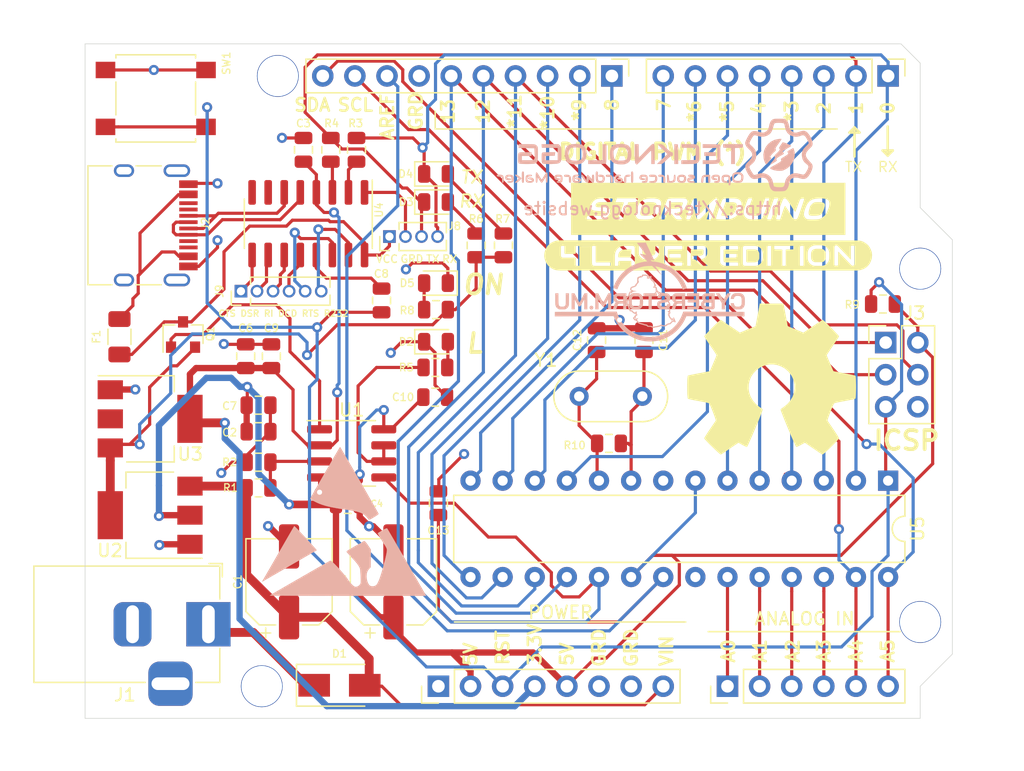
<source format=kicad_pcb>
(kicad_pcb (version 20171130) (host pcbnew "(5.1.9)-1")
  (layers (0 F.Cu signal) (1 +5V power) (2 GND power) (31 B.Cu signal) (34 B.Paste user) (35 F.Paste user) (36 B.SilkS user) (37 F.SilkS user) (38 B.Mask user) (39 F.Mask user) (44 Edge.Cuts user))
  (net 0 "")
  (net 1 "Net-(Q1-Pad2)")
  (net 2 /VBUS)
  (net 3 +5V)
  (net 4 /VIN)
  (net 5 GND)
  (net 6 +3V3)
  (net 7 "Net-(R3-Pad2)")
  (net 8 "Net-(R4-Pad2)")
  (net 9 "Net-(U4-Pad7)")
  (net 10 "Net-(U4-Pad8)")
  (net 11 "Net-(C8-Pad2)")
  (net 12 /DTR)
  (net 13 /D9)
  (net 14 /D0)
  (net 15 /D10)
  (net 16 /D1)
  (net 17 /D11)
  (net 18 /D2)
  (net 19 /D12)
  (net 20 /D3)
  (net 21 /D13)
  (net 22 /D4)
  (net 23 /AREF)
  (net 24 /A0)
  (net 25 /A1)
  (net 26 /D5)
  (net 27 /A2)
  (net 28 /D6)
  (net 29 /A3)
  (net 30 /D7)
  (net 31 /A4)
  (net 32 /D8)
  (net 33 /A5)
  (net 34 "Net-(F1-Pad2)")
  (net 35 "Net-(J5-Pad1)")
  (net 36 "Net-(R1-Pad2)")
  (net 37 "Net-(R5-Pad1)")
  (net 38 "Net-(D2-Pad2)")
  (net 39 "Net-(D1-Pad1)")
  (net 40 "Net-(J2-PadA7)")
  (net 41 "Net-(J2-PadA6)")
  (net 42 "Net-(J2-PadB8)")
  (net 43 "Net-(J2-PadA5)")
  (net 44 "Net-(J2-PadA8)")
  (net 45 "Net-(J2-PadB5)")
  (net 46 "Net-(J2-PadS1)")
  (net 47 "Net-(D3-Pad2)")
  (net 48 "Net-(D4-Pad2)")
  (net 49 "Net-(D5-Pad2)")
  (net 50 "Net-(C11-Pad2)")
  (net 51 "Net-(C12-Pad1)")
  (net 52 /RI)
  (net 53 /DCD)
  (net 54 /DSR)
  (net 55 /RTS)
  (net 56 /CTS)
  (net 57 /R232)
  (module logo:tecknologgx4 (layer B.Cu) (at 154.85 54.25 180)
    (fp_text reference G*** hide)
    (fp_text value LOGO hide)
  )
  (module Symbol:ESD-Logo_13.2x12mm_SilkScreen (layer B.Cu) (at 130.2 83.2 180)
    (fp_text reference REF** hide)
    (fp_text value ESD-Logo_13.2x12mm_SilkScreen hide)
  )
  (module Symbol:OSHW-Symbol_13.4x12mm_SilkScreen (layer F.Cu) (at 164 72)
    (fp_text reference REF** hide)
    (fp_text value OSHW-Symbol_13.4x12mm_SilkScreen hide)
  )
  (module buzzard_labels (layer F.Cu) (at 159 62.2)
    (fp_text reference "" (at 0 0) (layer F.SilkS) (effects (font (size 1.27 1.27))))
    (fp_text value "" (at 0 0) (layer F.SilkS) (effects (font (size 1.27 1.27))))
  )
  (module Connector_PinHeader_1.27mm:PinHeader_1x06_P1.27mm_Vertical (layer F.Cu) (at 122.05208 65.02654 90)
    (fp_text reference J9 (at 0 -1.695 90) (layer F.SilkS) (effects (font (size 0.6 0.6) (thickness 0.1))))
    (fp_text value Conn_01x06_MountingPin)
    (pad 6 thru_hole oval (at 0 6.35 90) (size 1 1) (drill 0.65) (layers *.Cu *.Mask) (net 57 /R232))
    (pad 5 thru_hole oval (at 0 5.08 90) (size 1 1) (drill 0.65) (layers *.Cu *.Mask) (net 55 /RTS))
    (pad 4 thru_hole oval (at 0 3.81 90) (size 1 1) (drill 0.65) (layers *.Cu *.Mask) (net 53 /DCD))
    (pad 3 thru_hole oval (at 0 2.54 90) (size 1 1) (drill 0.65) (layers *.Cu *.Mask) (net 52 /RI))
    (pad 2 thru_hole oval (at 0 1.27 90) (size 1 1) (drill 0.65) (layers *.Cu *.Mask) (net 54 /DSR))
    (pad 1 thru_hole rect (at 0 0 90) (size 1 1) (drill 0.65) (layers *.Cu *.Mask) (net 56 /CTS))
  )
  (module Connector_PinHeader_1.27mm:PinHeader_1x04_P1.27mm_Vertical (layer F.Cu) (at 133.7945 60.706 90)
    (fp_text reference J8 (at 0.8255 5.1435 180) (layer F.SilkS) (effects (font (size 0.6 0.6) (thickness 0.1))))
    (fp_text value Conn_01x04_MountingPin)
    (pad 4 thru_hole oval (at 0 3.81 90) (size 1 1) (drill 0.65) (layers *.Cu *.Mask) (net 14 /D0))
    (pad 3 thru_hole oval (at 0 2.54 90) (size 1 1) (drill 0.65) (layers *.Cu *.Mask) (net 16 /D1))
    (pad 2 thru_hole oval (at 0 1.27 90) (size 1 1) (drill 0.65) (layers *.Cu *.Mask) (net 5 GND))
    (pad 1 thru_hole rect (at 0 0 90) (size 1 1) (drill 0.65) (layers *.Cu *.Mask) (net 2 /VBUS))
  )
  (module Capacitor_SMD:CP_Elec_6.3x5.4 (layer F.Cu) (at 134.112 88.011 90)
    (fp_text reference C2 (at 0 -4.064 90) (layer F.SilkS) (effects (font (size 0.6 0.6) (thickness 0.1))))
    (fp_text value 10uF)
    (pad 1 smd roundrect (at -2.8 0 90) (size 3.5 1.6) (layers F.Cu F.Paste F.Mask) (roundrect_rratio 0.15625) (net 3 +5V))
    (pad 2 smd roundrect (at 2.8 0 90) (size 3.5 1.6) (layers F.Cu F.Paste F.Mask) (roundrect_rratio 0.15625) (net 5 GND))
  )
  (module Capacitor_SMD:CP_Elec_6.3x5.4 (layer F.Cu) (at 125.857 88.011 90)
    (fp_text reference C1 (at 0 -4.064 90) (layer F.SilkS) (effects (font (size 0.6 0.6) (thickness 0.1))))
    (fp_text value 47uF)
    (pad 2 smd roundrect (at 2.8 0 90) (size 3.5 1.6) (layers F.Cu F.Paste F.Mask) (roundrect_rratio 0.15625) (net 5 GND))
    (pad 1 smd roundrect (at -2.8 0 90) (size 3.5 1.6) (layers F.Cu F.Paste F.Mask) (roundrect_rratio 0.15625) (net 4 /VIN))
  )
  (module Crystal:Resonator-2Pin_W10.0mm_H5.0mm (layer F.Cu) (at 153.797 73.3425 180)
    (fp_text reference Y1 (at 7.62 2.8575) (layer F.SilkS))
    (fp_text value "16 Mhz")
    (pad 1 thru_hole circle (at 0 0 180) (size 1.5 1.5) (drill 0.8) (layers *.Cu *.Mask) (net 50 "Net-(C11-Pad2)"))
    (pad 2 thru_hole circle (at 5 0 180) (size 1.5 1.5) (drill 0.8) (layers *.Cu *.Mask) (net 51 "Net-(C12-Pad1)"))
  )
  (module Diode_SMD:D_SMA (layer F.Cu) (at 129.8448 96.1898)
    (fp_text reference D1 (at 0 -2.5) (layer F.SilkS) (effects (font (size 0.6 0.6) (thickness 0.1))))
    (fp_text value DIODE)
    (pad 2 smd rect (at 2 0) (size 2.5 1.8) (layers F.Cu F.Paste F.Mask) (net 4 /VIN))
    (pad 1 smd rect (at -2 0) (size 2.5 1.8) (layers F.Cu F.Paste F.Mask) (net 39 "Net-(D1-Pad1)"))
  )
  (module Capacitor_SMD:C_1206_3216Metric (layer F.Cu) (at 112.4458 68.6308 90)
    (fp_text reference F1 (at 0 -1.82 90) (layer F.SilkS) (effects (font (size 0.6 0.6) (thickness 0.1))))
    (fp_text value Fuse)
    (pad 2 smd roundrect (at 1.4 0 90) (size 1.25 1.75) (layers F.Cu F.Paste F.Mask) (roundrect_rratio 0.2) (net 34 "Net-(F1-Pad2)"))
    (pad 1 smd roundrect (at -1.4 0 90) (size 1.25 1.75) (layers F.Cu F.Paste F.Mask) (roundrect_rratio 0.2) (net 2 /VBUS))
  )
  (module Capacitor_SMD:C_0805_2012Metric (layer F.Cu) (at 151.1554 77.0636 180)
    (fp_text reference R10 (at 2.7178 -0.1524) (layer F.SilkS) (effects (font (size 0.6 0.6) (thickness 0.1))))
    (fp_text value 1M)
    (pad 2 smd roundrect (at 0.9375 0 180) (size 0.975 1.4) (layers F.Cu F.Paste F.Mask) (net 51 "Net-(C12-Pad1)"))
    (pad 1 smd roundrect (at -0.9375 0 180) (size 0.975 1.4) (layers F.Cu F.Paste F.Mask) (net 50 "Net-(C11-Pad2)"))
  )
  (module Capacitor_SMD:C_0805_2012Metric (layer F.Cu) (at 172.8216 66.04)
    (fp_text reference R9 (at -2.4384 0.0508) (layer F.SilkS) (effects (font (size 0.6 0.6) (thickness 0.1))))
    (fp_text value 1K)
    (pad 2 smd roundrect (at 0.9375 0) (size 0.975 1.4) (layers F.Cu F.Paste F.Mask) (net 3 +5V))
    (pad 1 smd roundrect (at -0.9375 0) (size 0.975 1.4) (layers F.Cu F.Paste F.Mask) (net 12 /DTR))
  )
  (module Capacitor_SMD:C_0805_2012Metric (layer F.Cu) (at 137.4775 66.4845 180)
    (fp_text reference R8 (at 2.286 -0.0635) (layer F.SilkS) (effects (font (size 0.6 0.6) (thickness 0.1))))
    (fp_text value 1k)
    (pad 1 smd roundrect (at -0.9375 0 180) (size 0.975 1.4) (layers F.Cu F.Paste F.Mask) (net 3 +5V))
    (pad 2 smd roundrect (at 0.9375 0 180) (size 0.975 1.4) (layers F.Cu F.Paste F.Mask) (net 49 "Net-(D5-Pad2)"))
  )
  (module Connector_USB2:USB_C_Receptacle_HRO_TYPE-C-31-M-12 (layer F.Cu) (at 113.8555 59.817 270)
    (fp_text reference J2 (at -0.127 -5.3975 90) (layer F.SilkS) (effects (font (size 0.6 0.6) (thickness 0.1))))
    (fp_text value USB_C_Receptacle_USB2.0)
    (pad B1 smd rect (at 3.25 -4.045 270) (size 0.6 1.45) (layers F.Cu F.Paste F.Mask) (net 5 GND))
    (pad A9 smd rect (at 2.45 -4.045 270) (size 0.6 1.45) (layers F.Cu F.Paste F.Mask) (net 34 "Net-(F1-Pad2)"))
    (pad B9 smd rect (at -2.45 -4.045 270) (size 0.6 1.45) (layers F.Cu F.Paste F.Mask) (net 34 "Net-(F1-Pad2)"))
    (pad B12 smd rect (at -3.25 -4.045 270) (size 0.6 1.45) (layers F.Cu F.Paste F.Mask) (net 5 GND))
    (pad A1 smd rect (at -3.25 -4.045 270) (size 0.6 1.45) (layers F.Cu F.Paste F.Mask) (net 5 GND))
    (pad A4 smd rect (at -2.45 -4.045 270) (size 0.6 1.45) (layers F.Cu F.Paste F.Mask) (net 34 "Net-(F1-Pad2)"))
    (pad B4 smd rect (at 2.45 -4.045 270) (size 0.6 1.45) (layers F.Cu F.Paste F.Mask) (net 34 "Net-(F1-Pad2)"))
    (pad A12 smd rect (at 3.25 -4.045 270) (size 0.6 1.45) (layers F.Cu F.Paste F.Mask) (net 5 GND))
    (pad B8 smd rect (at -1.75 -4.045 270) (size 0.3 1.45) (layers F.Cu F.Paste F.Mask) (net 42 "Net-(J2-PadB8)"))
    (pad A5 smd rect (at -1.25 -4.045 270) (size 0.3 1.45) (layers F.Cu F.Paste F.Mask) (net 43 "Net-(J2-PadA5)"))
    (pad B7 smd rect (at -0.75 -4.045 270) (size 0.3 1.45) (layers F.Cu F.Paste F.Mask) (net 40 "Net-(J2-PadA7)"))
    (pad A7 smd rect (at 0.25 -4.045 270) (size 0.3 1.45) (layers F.Cu F.Paste F.Mask) (net 40 "Net-(J2-PadA7)"))
    (pad B6 smd rect (at 0.75 -4.045 270) (size 0.3 1.45) (layers F.Cu F.Paste F.Mask) (net 41 "Net-(J2-PadA6)"))
    (pad A8 smd rect (at 1.25 -4.045 270) (size 0.3 1.45) (layers F.Cu F.Paste F.Mask) (net 44 "Net-(J2-PadA8)"))
    (pad B5 smd rect (at 1.75 -4.045 270) (size 0.3 1.45) (layers F.Cu F.Paste F.Mask) (net 45 "Net-(J2-PadB5)"))
    (pad A6 smd rect (at -0.25 -4.045 270) (size 0.3 1.45) (layers F.Cu F.Paste F.Mask) (net 41 "Net-(J2-PadA6)"))
    (pad S1 thru_hole oval (at 4.32 -3.13 270) (size 1 2.1) (drill oval 0.6 1.7) (layers *.Cu *.Mask) (net 46 "Net-(J2-PadS1)"))
    (pad S1 thru_hole oval (at -4.32 -3.13 270) (size 1 2.1) (drill oval 0.6 1.7) (layers *.Cu *.Mask) (net 46 "Net-(J2-PadS1)"))
    (pad "" np_thru_hole circle (at -2.89 -2.6 270) (size 0.65 0.65) (drill 0.65) (layers *.Cu *.Mask))
    (pad S1 thru_hole oval (at -4.32 1.05 270) (size 1 1.6) (drill oval 0.6 1.2) (layers *.Cu *.Mask) (net 46 "Net-(J2-PadS1)"))
    (pad "" np_thru_hole circle (at 2.89 -2.6 270) (size 0.65 0.65) (drill 0.65) (layers *.Cu *.Mask))
    (pad S1 thru_hole oval (at 4.32 1.05 270) (size 1 1.6) (drill oval 0.6 1.2) (layers *.Cu *.Mask) (net 46 "Net-(J2-PadS1)"))
  )
  (module Connector_PinHeader_2.54mm:PinHeader_2x03_P2.54mm_Vertical (layer F.Cu) (at 173.0375 69.088)
    (fp_text reference J3 (at 2.286 -2.33) (layer F.SilkS))
    (fp_text value Conn_02x03_Odd_Even)
    (pad 6 thru_hole oval (at 2.54 5.08) (size 1.7 1.7) (drill 1) (layers *.Cu *.Mask) (net 5 GND))
    (pad 5 thru_hole oval (at 0 5.08) (size 1.7 1.7) (drill 1) (layers *.Cu *.Mask) (net 12 /DTR))
    (pad 4 thru_hole oval (at 2.54 2.54) (size 1.7 1.7) (drill 1) (layers *.Cu *.Mask) (net 17 /D11))
    (pad 3 thru_hole oval (at 0 2.54) (size 1.7 1.7) (drill 1) (layers *.Cu *.Mask) (net 21 /D13))
    (pad 2 thru_hole oval (at 2.54 0) (size 1.7 1.7) (drill 1) (layers *.Cu *.Mask) (net 3 +5V))
    (pad 1 thru_hole rect (at 0 0) (size 1.7 1.7) (drill 1) (layers *.Cu *.Mask) (net 19 /D12))
  )
  (module Package_DIP:DIP-28_W7.62mm (layer F.Cu) (at 173.228 80.01 270)
    (fp_text reference U5 (at 3.81 -2.33 90) (layer F.SilkS))
    (fp_text value ATmega328P-PU)
    (pad 1 thru_hole rect (at 0 0 270) (size 1.6 1.6) (drill 0.8) (layers *.Cu *.Mask) (net 12 /DTR))
    (pad 15 thru_hole oval (at 7.62 33.02 270) (size 1.6 1.6) (drill 0.8) (layers *.Cu *.Mask) (net 13 /D9))
    (pad 2 thru_hole oval (at 0 2.54 270) (size 1.6 1.6) (drill 0.8) (layers *.Cu *.Mask) (net 14 /D0))
    (pad 16 thru_hole oval (at 7.62 30.48 270) (size 1.6 1.6) (drill 0.8) (layers *.Cu *.Mask) (net 15 /D10))
    (pad 3 thru_hole oval (at 0 5.08 270) (size 1.6 1.6) (drill 0.8) (layers *.Cu *.Mask) (net 16 /D1))
    (pad 17 thru_hole oval (at 7.62 27.94 270) (size 1.6 1.6) (drill 0.8) (layers *.Cu *.Mask) (net 17 /D11))
    (pad 4 thru_hole oval (at 0 7.62 270) (size 1.6 1.6) (drill 0.8) (layers *.Cu *.Mask) (net 18 /D2))
    (pad 18 thru_hole oval (at 7.62 25.4 270) (size 1.6 1.6) (drill 0.8) (layers *.Cu *.Mask) (net 19 /D12))
    (pad 5 thru_hole oval (at 0 10.16 270) (size 1.6 1.6) (drill 0.8) (layers *.Cu *.Mask) (net 20 /D3))
    (pad 19 thru_hole oval (at 7.62 22.86 270) (size 1.6 1.6) (drill 0.8) (layers *.Cu *.Mask) (net 21 /D13))
    (pad 6 thru_hole oval (at 0 12.7 270) (size 1.6 1.6) (drill 0.8) (layers *.Cu *.Mask) (net 22 /D4))
    (pad 20 thru_hole oval (at 7.62 20.32 270) (size 1.6 1.6) (drill 0.8) (layers *.Cu *.Mask) (net 3 +5V))
    (pad 7 thru_hole oval (at 0 15.24 270) (size 1.6 1.6) (drill 0.8) (layers *.Cu *.Mask) (net 3 +5V))
    (pad 21 thru_hole oval (at 7.62 17.78 270) (size 1.6 1.6) (drill 0.8) (layers *.Cu *.Mask) (net 23 /AREF))
    (pad 8 thru_hole oval (at 0 17.78 270) (size 1.6 1.6) (drill 0.8) (layers *.Cu *.Mask) (net 5 GND))
    (pad 22 thru_hole oval (at 7.62 15.24 270) (size 1.6 1.6) (drill 0.8) (layers *.Cu *.Mask) (net 5 GND))
    (pad 9 thru_hole oval (at 0 20.32 270) (size 1.6 1.6) (drill 0.8) (layers *.Cu *.Mask) (net 50 "Net-(C11-Pad2)"))
    (pad 23 thru_hole oval (at 7.62 12.7 270) (size 1.6 1.6) (drill 0.8) (layers *.Cu *.Mask) (net 24 /A0))
    (pad 10 thru_hole oval (at 0 22.86 270) (size 1.6 1.6) (drill 0.8) (layers *.Cu *.Mask) (net 51 "Net-(C12-Pad1)"))
    (pad 24 thru_hole oval (at 7.62 10.16 270) (size 1.6 1.6) (drill 0.8) (layers *.Cu *.Mask) (net 25 /A1))
    (pad 11 thru_hole oval (at 0 25.4 270) (size 1.6 1.6) (drill 0.8) (layers *.Cu *.Mask) (net 26 /D5))
    (pad 25 thru_hole oval (at 7.62 7.62 270) (size 1.6 1.6) (drill 0.8) (layers *.Cu *.Mask) (net 27 /A2))
    (pad 12 thru_hole oval (at 0 27.94 270) (size 1.6 1.6) (drill 0.8) (layers *.Cu *.Mask) (net 28 /D6))
    (pad 26 thru_hole oval (at 7.62 5.08 270) (size 1.6 1.6) (drill 0.8) (layers *.Cu *.Mask) (net 29 /A3))
    (pad 13 thru_hole oval (at 0 30.48 270) (size 1.6 1.6) (drill 0.8) (layers *.Cu *.Mask) (net 30 /D7))
    (pad 27 thru_hole oval (at 7.62 2.54 270) (size 1.6 1.6) (drill 0.8) (layers *.Cu *.Mask) (net 31 /A4))
    (pad 14 thru_hole oval (at 0 33.02 270) (size 1.6 1.6) (drill 0.8) (layers *.Cu *.Mask) (net 32 /D8))
    (pad 28 thru_hole oval (at 7.62 0 270) (size 1.6 1.6) (drill 0.8) (layers *.Cu *.Mask) (net 33 /A5))
  )
  (module logo:minicyberstorm3 (layer B.Cu) (at 154.4 65.1 180)
    (fp_text reference G*** hide)
    (fp_text value LOGO hide)
  )
  (module Capacitor_SMD:C_0805_2012Metric (layer F.Cu) (at 150.1775 68.8975 90)
    (fp_text reference C12 (at 0 -1.524 90) (layer F.SilkS) (effects (font (size 0.6 0.6) (thickness 0.1))))
    (fp_text value 22pF)
    (pad 1 smd roundrect (at -0.9375 0 90) (size 0.975 1.4) (layers F.Cu F.Paste F.Mask) (net 51 "Net-(C12-Pad1)"))
    (pad 2 smd roundrect (at 0.9375 0 90) (size 0.975 1.4) (layers F.Cu F.Paste F.Mask) (net 5 GND))
  )
  (module Capacitor_SMD:C_0805_2012Metric (layer F.Cu) (at 153.924 68.8975 270)
    (fp_text reference C11 (at 0 -1.524 90) (layer F.SilkS) (effects (font (size 0.6 0.6) (thickness 0.1))))
    (fp_text value 22pF)
    (pad 2 smd roundrect (at 0.9375 0 270) (size 0.975 1.4) (layers F.Cu F.Paste F.Mask) (net 50 "Net-(C11-Pad2)"))
    (pad 1 smd roundrect (at -0.9375 0 270) (size 0.975 1.4) (layers F.Cu F.Paste F.Mask) (net 5 GND))
  )
  (module LED_SMD:LED_0805_2012Metric (layer F.Cu) (at 137.4775 64.389 180)
    (fp_text reference D5 (at 2.286 0) (layer F.SilkS) (effects (font (size 0.6 0.6) (thickness 0.1))))
    (fp_text value LED)
    (pad 1 smd roundrect (at -0.9375 0 180) (size 0.975 1.4) (layers F.Cu F.Paste F.Mask) (net 5 GND))
    (pad 2 smd roundrect (at 0.9375 0 180) (size 0.975 1.4) (layers F.Cu F.Paste F.Mask) (net 49 "Net-(D5-Pad2)"))
  )
  (module LED_SMD:LED_0805_2012Metric (layer F.Cu) (at 137.4775 69.0245)
    (fp_text reference D2 (at -2.3495 0) (layer F.SilkS) (effects (font (size 0.6 0.6) (thickness 0.1))))
    (fp_text value LED)
    (pad 1 smd roundrect (at -0.9375 0) (size 0.975 1.4) (layers F.Cu F.Paste F.Mask) (net 5 GND))
    (pad 2 smd roundrect (at 0.9375 0) (size 0.975 1.4) (layers F.Cu F.Paste F.Mask) (net 38 "Net-(D2-Pad2)"))
  )
  (module LED_SMD:LED_0805_2012Metric (layer F.Cu) (at 137.4775 57.9755)
    (fp_text reference D3 (at -2.3495 0) (layer F.SilkS) (effects (font (size 0.6 0.6) (thickness 0.1))))
    (fp_text value LED)
    (pad 1 smd roundrect (at -0.9375 0) (size 0.975 1.4) (layers F.Cu F.Paste F.Mask) (net 16 /D1))
    (pad 2 smd roundrect (at 0.9375 0) (size 0.975 1.4) (layers F.Cu F.Paste F.Mask) (net 47 "Net-(D3-Pad2)"))
  )
  (module LED_SMD:LED_0805_2012Metric (layer F.Cu) (at 137.4775 55.753)
    (fp_text reference D4 (at -2.4003 0) (layer F.SilkS) (effects (font (size 0.6 0.6) (thickness 0.1))))
    (fp_text value LED)
    (pad 2 smd roundrect (at 0.9375 0) (size 0.975 1.4) (layers F.Cu F.Paste F.Mask) (net 48 "Net-(D4-Pad2)"))
    (pad 1 smd roundrect (at -0.9375 0) (size 0.975 1.4) (layers F.Cu F.Paste F.Mask) (net 14 /D0))
  )
  (module Package_SO:SOIC-16_3.9x9.9mm_P1.27mm (layer F.Cu) (at 127.381 59.69 270)
    (fp_text reference U4 (at -1.0795 -5.588 90) (layer F.SilkS) (effects (font (size 0.6 0.6) (thickness 0.1))))
    (fp_text value CH340C)
    (pad 16 smd roundrect (at 2.475 -4.445 270) (size 1.95 0.6) (layers F.Cu F.Paste F.Mask) (net 2 /VBUS))
    (pad 15 smd roundrect (at 2.475 -3.175 270) (size 1.95 0.6) (layers F.Cu F.Paste F.Mask) (net 57 /R232))
    (pad 14 smd roundrect (at 2.475 -1.905 270) (size 1.95 0.6) (layers F.Cu F.Paste F.Mask) (net 55 /RTS))
    (pad 13 smd roundrect (at 2.475 -0.635 270) (size 1.95 0.6) (layers F.Cu F.Paste F.Mask) (net 11 "Net-(C8-Pad2)"))
    (pad 12 smd roundrect (at 2.475 0.635 270) (size 1.95 0.6) (layers F.Cu F.Paste F.Mask) (net 53 /DCD))
    (pad 11 smd roundrect (at 2.475 1.905 270) (size 1.95 0.6) (layers F.Cu F.Paste F.Mask) (net 52 /RI))
    (pad 10 smd roundrect (at 2.475 3.175 270) (size 1.95 0.6) (layers F.Cu F.Paste F.Mask) (net 54 /DSR))
    (pad 9 smd roundrect (at 2.475 4.445 270) (size 1.95 0.6) (layers F.Cu F.Paste F.Mask) (net 56 /CTS))
    (pad 8 smd roundrect (at -2.475 4.445 270) (size 1.95 0.6) (layers F.Cu F.Paste F.Mask) (net 10 "Net-(U4-Pad8)"))
    (pad 7 smd roundrect (at -2.475 3.175 270) (size 1.95 0.6) (layers F.Cu F.Paste F.Mask) (net 9 "Net-(U4-Pad7)"))
    (pad 6 smd roundrect (at -2.475 1.905 270) (size 1.95 0.6) (layers F.Cu F.Paste F.Mask) (net 40 "Net-(J2-PadA7)"))
    (pad 5 smd roundrect (at -2.475 0.635 270) (size 1.95 0.6) (layers F.Cu F.Paste F.Mask) (net 41 "Net-(J2-PadA6)"))
    (pad 4 smd roundrect (at -2.475 -0.635 270) (size 1.95 0.6) (layers F.Cu F.Paste F.Mask) (net 6 +3V3))
    (pad 3 smd roundrect (at -2.475 -1.905 270) (size 1.95 0.6) (layers F.Cu F.Paste F.Mask) (net 8 "Net-(R4-Pad2)"))
    (pad 2 smd roundrect (at -2.475 -3.175 270) (size 1.95 0.6) (layers F.Cu F.Paste F.Mask) (net 7 "Net-(R3-Pad2)"))
    (pad 1 smd roundrect (at -2.475 -4.445 270) (size 1.95 0.6) (layers F.Cu F.Paste F.Mask) (net 5 GND))
  )
  (module Capacitor_SMD:C_0805_2012Metric (layer F.Cu) (at 129.159 53.848 270)
    (fp_text reference R4 (at -2.0955 -0.0635) (layer F.SilkS) (effects (font (size 0.6 0.6) (thickness 0.1))))
    (fp_text value 1k)
    (pad 1 smd roundrect (at -0.9375 0 270) (size 0.975 1.4) (layers F.Cu F.Paste F.Mask) (net 16 /D1))
    (pad 2 smd roundrect (at 0.9375 0 270) (size 0.975 1.4) (layers F.Cu F.Paste F.Mask) (net 8 "Net-(R4-Pad2)"))
  )
  (module Capacitor_SMD:C_0805_2012Metric (layer F.Cu) (at 137.429 71.0565)
    (fp_text reference R5 (at -2.301 0) (layer F.SilkS) (effects (font (size 0.6 0.6) (thickness 0.1))))
    (fp_text value 1k)
    (pad 1 smd roundrect (at -0.9375 0) (size 0.975 1.4) (layers F.Cu F.Paste F.Mask) (net 37 "Net-(R5-Pad1)"))
    (pad 2 smd roundrect (at 0.9375 0) (size 0.975 1.4) (layers F.Cu F.Paste F.Mask) (net 38 "Net-(D2-Pad2)"))
  )
  (module Capacitor_SMD:C_0805_2012Metric (layer F.Cu) (at 140.6525 61.4045 270)
    (fp_text reference R6 (at -2.0955 0) (layer F.SilkS) (effects (font (size 0.6 0.6) (thickness 0.1))))
    (fp_text value 1k)
    (pad 1 smd roundrect (at -0.9375 0 270) (size 0.975 1.4) (layers F.Cu F.Paste F.Mask) (net 47 "Net-(D3-Pad2)"))
    (pad 2 smd roundrect (at 0.9375 0 270) (size 0.975 1.4) (layers F.Cu F.Paste F.Mask) (net 3 +5V))
  )
  (module Capacitor_SMD:C_0805_2012Metric (layer F.Cu) (at 131.191 53.848 270)
    (fp_text reference R3 (at -2.0955 0.0635) (layer F.SilkS) (effects (font (size 0.6 0.6) (thickness 0.1))))
    (fp_text value 1k)
    (pad 1 smd roundrect (at -0.9375 0 270) (size 0.975 1.4) (layers F.Cu F.Paste F.Mask) (net 14 /D0))
    (pad 2 smd roundrect (at 0.9375 0 270) (size 0.975 1.4) (layers F.Cu F.Paste F.Mask) (net 7 "Net-(R3-Pad2)"))
  )
  (module Capacitor_SMD:C_0805_2012Metric (layer F.Cu) (at 123.444 78.5495 180)
    (fp_text reference R2 (at 2.286 0) (layer F.SilkS) (effects (font (size 0.6 0.6) (thickness 0.1))))
    (fp_text value 10k)
    (pad 1 smd roundrect (at -0.9375 0 180) (size 0.975 1.4) (layers F.Cu F.Paste F.Mask) (net 36 "Net-(R1-Pad2)"))
    (pad 2 smd roundrect (at 0.9375 0 180) (size 0.975 1.4) (layers F.Cu F.Paste F.Mask) (net 5 GND))
  )
  (module Capacitor_SMD:C_0805_2012Metric (layer F.Cu) (at 142.8115 61.4045 90)
    (fp_text reference R7 (at 2.0955 -0.0635 180) (layer F.SilkS) (effects (font (size 0.6 0.6) (thickness 0.1))))
    (fp_text value 1k)
    (pad 1 smd roundrect (at -0.9375 0 90) (size 0.975 1.4) (layers F.Cu F.Paste F.Mask) (net 3 +5V))
    (pad 2 smd roundrect (at 0.9375 0 90) (size 0.975 1.4) (layers F.Cu F.Paste F.Mask) (net 48 "Net-(D4-Pad2)"))
  )
  (module Capacitor_SMD:C_0805_2012Metric (layer F.Cu) (at 123.444 80.5815)
    (fp_text reference R1 (at -2.2225 0) (layer F.SilkS) (effects (font (size 0.6 0.6) (thickness 0.1))))
    (fp_text value 10k)
    (pad 1 smd roundrect (at -0.9375 0) (size 0.975 1.4) (layers F.Cu F.Paste F.Mask) (net 4 /VIN))
    (pad 2 smd roundrect (at 0.9375 0) (size 0.975 1.4) (layers F.Cu F.Paste F.Mask) (net 36 "Net-(R1-Pad2)"))
  )
  (module Capacitor_SMD:C_0805_2012Metric (layer F.Cu) (at 137.414 73.406)
    (fp_text reference C10 (at -2.54 0) (layer F.SilkS) (effects (font (size 0.6 0.6) (thickness 0.1))))
    (fp_text value 100nF)
    (pad 1 smd roundrect (at -0.9375 0) (size 0.975 1.4) (layers F.Cu F.Paste F.Mask) (net 3 +5V))
    (pad 2 smd roundrect (at 0.9375 0) (size 0.975 1.4) (layers F.Cu F.Paste F.Mask) (net 5 GND))
  )
  (module Capacitor_SMD:C_0805_2012Metric (layer F.Cu) (at 137.668 81.788 90)
    (fp_text reference C13 (at -2.159 0 180) (layer F.SilkS) (effects (font (size 0.6 0.6) (thickness 0.1))))
    (fp_text value 100nF)
    (pad 1 smd roundrect (at -0.9375 0 90) (size 0.975 1.4) (layers F.Cu F.Paste F.Mask) (net 23 /AREF))
    (pad 2 smd roundrect (at 0.9375 0 90) (size 0.975 1.4) (layers F.Cu F.Paste F.Mask) (net 5 GND))
  )
  (module Capacitor_SMD:C_0805_2012Metric (layer F.Cu) (at 133.1722 65.75806 90)
    (fp_text reference C8 (at 2.11074 -0.01524 180) (layer F.SilkS) (effects (font (size 0.6 0.6) (thickness 0.1))))
    (fp_text value 100nf)
    (pad 1 smd roundrect (at -0.9375 0 90) (size 0.975 1.4) (layers F.Cu F.Paste F.Mask) (net 12 /DTR))
    (pad 2 smd roundrect (at 0.9375 0 90) (size 0.975 1.4) (layers F.Cu F.Paste F.Mask) (net 11 "Net-(C8-Pad2)"))
  )
  (module Capacitor_SMD:C_0805_2012Metric (layer F.Cu) (at 124.46 70.1675 90)
    (fp_text reference C9 (at 2.2225 0 180) (layer F.SilkS) (effects (font (size 0.6 0.6) (thickness 0.1))))
    (fp_text value 100nF)
    (pad 1 smd roundrect (at -0.9375 0 90) (size 0.975 1.4) (layers F.Cu F.Paste F.Mask) (net 6 +3V3))
    (pad 2 smd roundrect (at 0.9375 0 90) (size 0.975 1.4) (layers F.Cu F.Paste F.Mask) (net 5 GND))
  )
  (module Capacitor_SMD:C_0805_2012Metric (layer F.Cu) (at 130.5052 81.8896)
    (fp_text reference C4 (at 2.286 -0.0635) (layer F.SilkS) (effects (font (size 0.5 0.5) (thickness 0.1))))
    (fp_text value 100nF)
    (pad 1 smd roundrect (at -0.9375 0) (size 0.975 1.4) (layers F.Cu F.Paste F.Mask) (net 3 +5V))
    (pad 2 smd roundrect (at 0.9375 0) (size 0.975 1.4) (layers F.Cu F.Paste F.Mask) (net 5 GND))
  )
  (module Capacitor_SMD:C_0805_2012Metric (layer F.Cu) (at 123.444 74.041)
    (fp_text reference C7 (at -2.286 0.0635 180) (layer F.SilkS) (effects (font (size 0.6 0.6) (thickness 0.1))))
    (fp_text value 100nF)
    (pad 1 smd roundrect (at -0.9375 0) (size 0.975 1.4) (layers F.Cu F.Paste F.Mask) (net 3 +5V))
    (pad 2 smd roundrect (at 0.9375 0) (size 0.975 1.4) (layers F.Cu F.Paste F.Mask) (net 5 GND))
  )
  (module Capacitor_SMD:C_0805_2012Metric (layer F.Cu) (at 122.428 70.1675 90)
    (fp_text reference C6 (at 2.2225 0 180) (layer F.SilkS) (effects (font (size 0.6 0.6) (thickness 0.1))))
    (fp_text value 10uF)
    (pad 1 smd roundrect (at -0.9375 0 90) (size 0.975 1.4) (layers F.Cu F.Paste F.Mask) (net 6 +3V3))
    (pad 2 smd roundrect (at 0.9375 0 90) (size 0.975 1.4) (layers F.Cu F.Paste F.Mask) (net 5 GND))
  )
  (module Capacitor_SMD:C_0805_2012Metric (layer F.Cu) (at 127 53.848 270)
    (fp_text reference C3 (at -2.0955 0 180) (layer F.SilkS) (effects (font (size 0.6 0.6) (thickness 0.1))))
    (fp_text value 100nF)
    (pad 2 smd roundrect (at 0.9375 0 270) (size 0.975 1.4) (layers F.Cu F.Paste F.Mask) (net 6 +3V3))
    (pad 1 smd roundrect (at -0.9375 0 270) (size 0.975 1.4) (layers F.Cu F.Paste F.Mask) (net 5 GND))
  )
  (module Capacitor_SMD:C_0805_2012Metric (layer F.Cu) (at 123.444 76.1365)
    (fp_text reference C2 (at -2.286 0.0635) (layer F.SilkS) (effects (font (size 0.6 0.6) (thickness 0.1))))
    (fp_text value 10uF)
    (pad 2 smd roundrect (at 0.9375 0) (size 0.975 1.4) (layers F.Cu F.Paste F.Mask) (net 5 GND))
    (pad 1 smd roundrect (at -0.9375 0) (size 0.975 1.4) (layers F.Cu F.Paste F.Mask) (net 3 +5V))
  )
  (module Package_TO_SOT_SMD:SOT-23 (layer F.Cu) (at 117.475 68.453 90)
    (fp_text reference Q1 (at 0.0635 2.159 90) (layer F.SilkS) (effects (font (size 0.6 0.6) (thickness 0.1))))
    (fp_text value BS250)
    (pad 3 smd rect (at 1 0 90) (size 0.9 0.8) (layers F.Cu F.Paste F.Mask) (net 2 /VBUS))
    (pad 2 smd rect (at -1 0.95 90) (size 0.9 0.8) (layers F.Cu F.Paste F.Mask) (net 3 +5V))
    (pad 1 smd rect (at -1 -0.95 90) (size 0.9 0.8) (layers F.Cu F.Paste F.Mask) (net 1 "Net-(Q1-Pad2)"))
  )
  (module Package_SO:SOP-8_3.76x4.96mm_P1.27mm (layer F.Cu) (at 130.81 77.851)
    (fp_text reference U1 (at 0 -3.43) (layer F.SilkS))
    (fp_text value LM358)
    (pad 1 smd roundrect (at -2.5375 -1.905) (size 1.975 0.65) (layers F.Cu F.Paste F.Mask) (net 1 "Net-(Q1-Pad2)"))
    (pad 2 smd roundrect (at -2.5375 -0.635) (size 1.975 0.65) (layers F.Cu F.Paste F.Mask) (net 6 +3V3))
    (pad 3 smd roundrect (at -2.5375 0.635) (size 1.975 0.65) (layers F.Cu F.Paste F.Mask) (net 36 "Net-(R1-Pad2)"))
    (pad 4 smd roundrect (at -2.5375 1.905) (size 1.975 0.65) (layers F.Cu F.Paste F.Mask) (net 5 GND))
    (pad 5 smd roundrect (at 2.5375 1.905) (size 1.975 0.65) (layers F.Cu F.Paste F.Mask) (net 21 /D13))
    (pad 6 smd roundrect (at 2.5375 0.635) (size 1.975 0.65) (layers F.Cu F.Paste F.Mask) (net 37 "Net-(R5-Pad1)"))
    (pad 7 smd roundrect (at 2.5375 -0.635) (size 1.975 0.65) (layers F.Cu F.Paste F.Mask) (net 37 "Net-(R5-Pad1)"))
    (pad 8 smd roundrect (at 2.5375 -1.905) (size 1.975 0.65) (layers F.Cu F.Paste F.Mask) (net 3 +5V))
  )
  (module Button_Switch_SMD:SW_SPST_B3S-1000 (layer F.Cu) (at 115.316 49.784)
    (fp_text reference SW1 (at 5.588 -2.78384 -90) (layer F.SilkS) (effects (font (size 0.6 0.6) (thickness 0.1))))
    (fp_text value SW_Push)
    (pad 2 smd rect (at 3.975 2.25) (size 1.55 1.3) (layers F.Cu F.Paste F.Mask) (net 12 /DTR))
    (pad 2 smd rect (at -3.975 2.25) (size 1.55 1.3) (layers F.Cu F.Paste F.Mask) (net 12 /DTR))
    (pad 1 smd rect (at 3.975 -2.25) (size 1.55 1.3) (layers F.Cu F.Paste F.Mask) (net 5 GND))
    (pad 1 smd rect (at -3.975 -2.25) (size 1.55 1.3) (layers F.Cu F.Paste F.Mask) (net 5 GND))
  )
  (module Connector_BarrelJack:BarrelJack_Horizontal (layer F.Cu) (at 119.4816 91.3638)
    (fp_text reference J1 (at -6.604 5.588) (layer F.SilkS))
    (fp_text value Jack-DC)
    (pad 3 thru_hole roundrect (at -3 4.7) (size 3.5 3.5) (drill oval 3 1) (layers *.Cu *.Mask))
    (pad 2 thru_hole roundrect (at -6 0) (size 3 3.5) (drill oval 1 3) (layers *.Cu *.Mask) (net 5 GND))
    (pad 1 thru_hole rect (at 0 0) (size 3.5 3.5) (drill oval 1 3) (layers *.Cu *.Mask) (net 39 "Net-(D1-Pad1)"))
  )
  (module Connector_PinHeader_2.54mm:PinHeader_1x08_P2.54mm_Vertical (layer F.Cu) (at 137.668 96.266 90)
    (fp_text reference J5 hide)
    (fp_text value Conn_01x08_MountingPin)
    (pad 1 thru_hole rect (at 0 0 90) (size 1.7 1.7) (drill 1) (layers *.Cu *.Mask) (net 35 "Net-(J5-Pad1)"))
    (pad 2 thru_hole oval (at 0 2.54 90) (size 1.7 1.7) (drill 1) (layers *.Cu *.Mask) (net 3 +5V))
    (pad 3 thru_hole oval (at 0 5.08 90) (size 1.7 1.7) (drill 1) (layers *.Cu *.Mask) (net 12 /DTR))
    (pad 4 thru_hole oval (at 0 7.62 90) (size 1.7 1.7) (drill 1) (layers *.Cu *.Mask) (net 6 +3V3))
    (pad 5 thru_hole oval (at 0 10.16 90) (size 1.7 1.7) (drill 1) (layers *.Cu *.Mask) (net 3 +5V))
    (pad 6 thru_hole oval (at 0 12.7 90) (size 1.7 1.7) (drill 1) (layers *.Cu *.Mask) (net 5 GND))
    (pad 7 thru_hole oval (at 0 15.24 90) (size 1.7 1.7) (drill 1) (layers *.Cu *.Mask) (net 5 GND))
    (pad 8 thru_hole oval (at 0 17.78 90) (size 1.7 1.7) (drill 1) (layers *.Cu *.Mask) (net 4 /VIN))
  )
  (module Connector_PinHeader_2.54mm:PinHeader_1x10_P2.54mm_Vertical (layer F.Cu) (at 151.384 48.006 270)
    (fp_text reference J6 hide)
    (fp_text value Conn_01x10_MountingPin)
    (pad 10 thru_hole oval (at 0 22.86 270) (size 1.7 1.7) (drill 1) (layers *.Cu *.Mask) (net 33 /A5))
    (pad 9 thru_hole oval (at 0 20.32 270) (size 1.7 1.7) (drill 1) (layers *.Cu *.Mask) (net 31 /A4))
    (pad 8 thru_hole oval (at 0 17.78 270) (size 1.7 1.7) (drill 1) (layers *.Cu *.Mask) (net 23 /AREF))
    (pad 7 thru_hole oval (at 0 15.24 270) (size 1.7 1.7) (drill 1) (layers *.Cu *.Mask) (net 5 GND))
    (pad 6 thru_hole oval (at 0 12.7 270) (size 1.7 1.7) (drill 1) (layers *.Cu *.Mask) (net 21 /D13))
    (pad 5 thru_hole oval (at 0 10.16 270) (size 1.7 1.7) (drill 1) (layers *.Cu *.Mask) (net 19 /D12))
    (pad 4 thru_hole oval (at 0 7.62 270) (size 1.7 1.7) (drill 1) (layers *.Cu *.Mask) (net 17 /D11))
    (pad 3 thru_hole oval (at 0 5.08 270) (size 1.7 1.7) (drill 1) (layers *.Cu *.Mask) (net 15 /D10))
    (pad 2 thru_hole oval (at 0 2.54 270) (size 1.7 1.7) (drill 1) (layers *.Cu *.Mask) (net 13 /D9))
    (pad 1 thru_hole rect (at 0 0 270) (size 1.7 1.7) (drill 1) (layers *.Cu *.Mask) (net 32 /D8))
  )
  (module Connector_PinHeader_2.54mm:PinHeader_1x08_P2.54mm_Vertical (layer F.Cu) (at 173.228 48.006 270)
    (fp_text reference J7 hide)
    (fp_text value Conn_01x08_MountingPin)
    (pad 8 thru_hole oval (at 0 17.78 270) (size 1.7 1.7) (drill 1) (layers *.Cu *.Mask) (net 30 /D7))
    (pad 7 thru_hole oval (at 0 15.24 270) (size 1.7 1.7) (drill 1) (layers *.Cu *.Mask) (net 28 /D6))
    (pad 6 thru_hole oval (at 0 12.7 270) (size 1.7 1.7) (drill 1) (layers *.Cu *.Mask) (net 26 /D5))
    (pad 5 thru_hole oval (at 0 10.16 270) (size 1.7 1.7) (drill 1) (layers *.Cu *.Mask) (net 22 /D4))
    (pad 4 thru_hole oval (at 0 7.62 270) (size 1.7 1.7) (drill 1) (layers *.Cu *.Mask) (net 20 /D3))
    (pad 3 thru_hole oval (at 0 5.08 270) (size 1.7 1.7) (drill 1) (layers *.Cu *.Mask) (net 18 /D2))
    (pad 2 thru_hole oval (at 0 2.54 270) (size 1.7 1.7) (drill 1) (layers *.Cu *.Mask) (net 16 /D1))
    (pad 1 thru_hole rect (at 0 0 270) (size 1.7 1.7) (drill 1) (layers *.Cu *.Mask) (net 14 /D0))
  )
  (module Connector_PinHeader_2.54mm:PinHeader_1x06_P2.54mm_Vertical (layer F.Cu) (at 160.528 96.266 90)
    (fp_text reference J4 hide)
    (fp_text value Conn_01x06_MountingPin)
    (pad 6 thru_hole oval (at 0 12.7 90) (size 1.7 1.7) (drill 1) (layers *.Cu *.Mask) (net 33 /A5))
    (pad 5 thru_hole oval (at 0 10.16 90) (size 1.7 1.7) (drill 1) (layers *.Cu *.Mask) (net 31 /A4))
    (pad 4 thru_hole oval (at 0 7.62 90) (size 1.7 1.7) (drill 1) (layers *.Cu *.Mask) (net 29 /A3))
    (pad 3 thru_hole oval (at 0 5.08 90) (size 1.7 1.7) (drill 1) (layers *.Cu *.Mask) (net 27 /A2))
    (pad 2 thru_hole oval (at 0 2.54 90) (size 1.7 1.7) (drill 1) (layers *.Cu *.Mask) (net 25 /A1))
    (pad 1 thru_hole rect (at 0 0 90) (size 1.7 1.7) (drill 1) (layers *.Cu *.Mask) (net 24 /A0))
  )
  (module Package_TO_SOT_SMD:SOT-223-3_TabPin2 (layer F.Cu) (at 114.8715 82.7405 180)
    (fp_text reference U2 (at 3.175 -2.794) (layer F.SilkS))
    (fp_text value AMS1117-5.0)
    (pad 2 smd rect (at 3.15 0 180) (size 2 3.8) (layers F.Cu F.Paste F.Mask) (net 3 +5V))
    (pad 2 smd rect (at -3.15 0 180) (size 2 1.5) (layers F.Cu F.Paste F.Mask) (net 3 +5V))
    (pad 3 smd rect (at -3.15 2.3 180) (size 2 1.5) (layers F.Cu F.Paste F.Mask) (net 4 /VIN))
    (pad 1 smd rect (at -3.15 -2.3 180) (size 2 1.5) (layers F.Cu F.Paste F.Mask) (net 5 GND))
  )
  (module Package_TO_SOT_SMD:SOT-223-3_TabPin2 (layer F.Cu) (at 114.8715 75.1205)
    (fp_text reference U3 (at 3.175 2.794) (layer F.SilkS))
    (fp_text value AMS1117-3.3)
    (pad 1 smd rect (at -3.15 -2.3) (size 2 1.5) (layers F.Cu F.Paste F.Mask) (net 5 GND))
    (pad 3 smd rect (at -3.15 2.3) (size 2 1.5) (layers F.Cu F.Paste F.Mask) (net 3 +5V))
    (pad 2 smd rect (at -3.15 0) (size 2 1.5) (layers F.Cu F.Paste F.Mask) (net 6 +3V3))
    (pad 2 smd rect (at 3.15 0) (size 2 3.8) (layers F.Cu F.Paste F.Mask) (net 6 +3V3))
  )
  (module logos:stormduino5 (layer F.Cu) (at 158.9786 58.4962)
    (fp_text reference G*** hide)
    (fp_text value LOGO hide)
  )
  (gr_text https://tecknologg.website (at 154.6 58.5) (layer B.SilkS) (effects (font (size 1 1)) (justify mirror)))
  (gr_text "CTS DSR RI DCD RTS R232" (at 125.4125 66.7893) (layer F.SilkS) (effects (font (size 0.5 0.5) (thickness 0.1))))
  (gr_text TX (at 137.2235 62.484) (layer F.SilkS) (effects (font (size 0.6 0.6) (thickness 0.1))))
  (gr_text RX (at 138.557 62.484) (layer F.SilkS) (effects (font (size 0.6 0.6) (thickness 0.1))))
  (gr_text GRD (at 135.5725 62.484) (layer F.SilkS) (effects (font (size 0.6 0.6) (thickness 0.1))))
  (gr_text VCC (at 133.604 62.484) (layer F.SilkS) (effects (font (size 0.6 0.6) (thickness 0.1))))
  (gr_text ON (at 141.224 64.516) (layer F.SilkS) (effects (font (size 1.5 1.5) (thickness 0.3) italic)))
  (gr_text L (at 140.5255 69.1515) (layer F.SilkS) (effects (font (size 1.5 1.5) (thickness 0.3) italic)))
  (gr_text RX (at 140.2715 57.912) (layer F.SilkS) (effects (font (size 1 1) (thickness 0.15) italic)))
  (gr_text TX (at 140.2842 56.007) (layer F.SilkS) (effects (font (size 1 1) (thickness 0.15) italic)))
  (gr_line (start 137.414 52.197) (end 138 52.2) (layer F.SilkS) (width 0.12))
  (gr_line (start 137.414 50.8) (end 137.414 52.197) (layer F.SilkS) (width 0.12))
  (gr_text "ANALOG IN" (at 166.624 90.932) (layer F.SilkS) (effects (font (size 1 1))))
  (gr_text POWER (at 147.32 90.424) (layer F.SilkS) (effects (font (size 1 1))))
  (gr_line (start 157.226 91.186) (end 138.938 91.186) (layer F.SilkS) (width 0.12))
  (gr_line (start 159.004 91.948) (end 174.1805 91.948) (layer F.SilkS) (width 0.12))
  (gr_text "DIGITAL PWM (*)" (at 154.6 54) (layer F.SilkS) (effects (font (size 1.2 1.2) (thickness 0.3))))
  (gr_line (start 169.2 52.2) (end 138 52.2) (layer F.SilkS) (width 0.12))
  (gr_text RX (at 173.2 55.2) (layer F.SilkS) (effects (font (size 0.8 0.8) (thickness 0.1))))
  (gr_text TX (at 170.5 55.2) (layer F.SilkS) (effects (font (size 0.8 0.8) (thickness 0.1))))
  (gr_line (start 170.57086 54.380228) (end 170.57086 52.080228) (layer F.SilkS) (width 0.2))
  (gr_line (start 170.57086 52.080228) (end 170.97086 52.480228) (layer F.SilkS) (width 0.2))
  (gr_line (start 170.97086 52.480228) (end 170.17086 52.480228) (layer F.SilkS) (width 0.2))
  (gr_line (start 170.17086 52.480228) (end 170.57086 52.080228) (layer F.SilkS) (width 0.2))
  (gr_line (start 173.6 53.9) (end 173.2 54.3) (layer F.SilkS) (width 0.2))
  (gr_line (start 172.8 53.9) (end 173.6 53.9) (layer F.SilkS) (width 0.2))
  (gr_line (start 173.2 54.3) (end 172.8 53.9) (layer F.SilkS) (width 0.2))
  (gr_line (start 173.2 52) (end 173.2 54.3) (layer F.SilkS) (width 0.2))
  (gr_text SDA (at 127.7 50.3) (layer F.SilkS) (effects (font (size 1 1) (thickness 0.2))))
  (gr_text "SCL\n" (at 131.1 50.3) (layer F.SilkS) (effects (font (size 1 1) (thickness 0.2))))
  (gr_text AREF (at 133.63 51.23 90) (layer F.SilkS) (effects (font (size 1 1) (thickness 0.2))))
  (gr_text GRD (at 135.89 50.8 90) (layer F.SilkS) (effects (font (size 1 1) (thickness 0.2))))
  (gr_text ICSP (at 174.6885 76.835) (layer F.SilkS) (effects (font (size 1.5 1.5) (thickness 0.3))))
  (gr_text A5 (at 173.2 93.472 90) (layer F.SilkS) (effects (font (size 1 1) (thickness 0.2))))
  (gr_text A4 (at 170.688 93.472 90) (layer F.SilkS) (effects (font (size 1 1) (thickness 0.2))))
  (gr_text A3 (at 168.148 93.472 90) (layer F.SilkS) (effects (font (size 1 1) (thickness 0.2))))
  (gr_text A2 (at 165.7 93.472 90) (layer F.SilkS) (effects (font (size 1 1) (thickness 0.2))))
  (gr_text A1 (at 163.1 93.472 90) (layer F.SilkS) (effects (font (size 1 1) (thickness 0.2))))
  (gr_text A0 (at 160.6 93.472 90) (layer F.SilkS) (effects (font (size 1 1) (thickness 0.2))))
  (gr_text VIN (at 155.702 93.472 90) (layer F.SilkS) (effects (font (size 1 1) (thickness 0.2))))
  (gr_text GRD (at 152.908 93.218 90) (layer F.SilkS) (effects (font (size 1 1) (thickness 0.2))))
  (gr_text GRD (at 150.368 93.218 90) (layer F.SilkS) (effects (font (size 1 1) (thickness 0.2))))
  (gr_text 5V (at 147.828 93.726 90) (layer F.SilkS) (effects (font (size 1 1) (thickness 0.2))))
  (gr_text 3.3V (at 145.288 92.964 90) (layer F.SilkS) (effects (font (size 1 1) (thickness 0.2))))
  (gr_text RST (at 142.748 93.218 90) (layer F.SilkS) (effects (font (size 1 1) (thickness 0.2))))
  (gr_text 5V (at 140.208 93.726 90) (layer F.SilkS) (effects (font (size 1 1) (thickness 0.2))))
  (gr_text "0\n" (at 173.2 50.546 90) (layer F.SilkS) (effects (font (size 1 1) (thickness 0.2))))
  (gr_text "1\n" (at 170.7 50.546 90) (layer F.SilkS) (effects (font (size 1 1) (thickness 0.2))))
  (gr_text 2 (at 168.148 50.546 90) (layer F.SilkS) (effects (font (size 1 1) (thickness 0.2))))
  (gr_text *3 (at 165.6 50.8 90) (layer F.SilkS) (effects (font (size 1 1) (thickness 0.2))))
  (gr_text "4\n" (at 163 50.546 90) (layer F.SilkS) (effects (font (size 1 1) (thickness 0.2))))
  (gr_text "*5\n" (at 160.5 50.8 90) (layer F.SilkS) (effects (font (size 1 1) (thickness 0.2))))
  (gr_text *6 (at 157.9 50.8 90) (layer F.SilkS) (effects (font (size 1 1) (thickness 0.2))))
  (gr_text 7 (at 155.5 50.292 90) (layer F.SilkS) (effects (font (size 1 1) (thickness 0.2))))
  (gr_text 8 (at 151.4 50.292 90) (layer F.SilkS) (effects (font (size 1 1) (thickness 0.2))))
  (gr_text *9 (at 148.8 50.7 90) (layer F.SilkS) (effects (font (size 1 1) (thickness 0.2))))
  (gr_text "*10\n" (at 146.3 50.9 90) (layer F.SilkS) (effects (font (size 1 1) (thickness 0.2))))
  (gr_text *11 (at 143.7 50.8 90) (layer F.SilkS) (effects (font (size 1 1) (thickness 0.2))))
  (gr_text 12 (at 141.2 50.8 90) (layer F.SilkS) (effects (font (size 1 1) (thickness 0.2))))
  (gr_text 13 (at 138.43 50.8 90) (layer F.SilkS) (effects (font (size 1 1) (thickness 0.2))))
  (gr_line (start 109.728 45.466) (end 109.728 98.806) (layer Edge.Cuts) (width 0.05))
  (gr_line (start 174.244 45.466) (end 109.728 45.466) (layer Edge.Cuts) (width 0.05))
  (gr_line (start 175.768 46.99) (end 174.244 45.466) (layer Edge.Cuts) (width 0.05))
  (gr_line (start 175.768 58.42) (end 175.768 46.99) (layer Edge.Cuts) (width 0.05))
  (gr_line (start 178.308 60.96) (end 175.768 58.42) (layer Edge.Cuts) (width 0.05))
  (gr_line (start 178.308 93.726) (end 178.308 60.96) (layer Edge.Cuts) (width 0.05))
  (gr_line (start 175.768 96.266) (end 178.308 93.726) (layer Edge.Cuts) (width 0.05))
  (gr_line (start 175.768 98.806) (end 175.768 96.266) (layer Edge.Cuts) (width 0.05))
  (gr_line (start 109.728 98.806) (end 175.768 98.806) (layer Edge.Cuts) (width 0.05))
  (via (at 175.768 91.186) (size 3.3) (drill 3.2) (layers F.Cu B.Cu) (net 0))
  (via (at 175.768 63.246) (size 3.3) (drill 3.2) (layers F.Cu B.Cu) (net 0))
  (via (at 124.968 48.006) (size 3.3) (drill 3.2) (layers F.Cu B.Cu) (net 0))
  (via (at 123.698 96.266) (size 3.3) (drill 3.2) (layers F.Cu B.Cu) (net 0))
  (segment (start 116.525 69.403) (end 116.525 69.453) (width 0.25) (layer F.Cu) (net 1))
  (segment (start 116.5225 68.834) (end 116.5225 69.534) (width 0.25) (layer F.Cu) (net 1))
  (segment (start 116.525 68.8165) (end 116.8885 68.453) (width 0.25) (layer F.Cu) (net 1))
  (segment (start 125.93 67.2) (end 125.93 69.8) (width 0.25) (layer F.Cu) (net 1))
  (segment (start 116.8885 68.453) (end 119.0625 68.453) (width 0.25) (layer F.Cu) (net 1))
  (segment (start 119.0625 68.453) (end 121.4155 66.1) (width 0.25) (layer F.Cu) (net 1))
  (segment (start 121.4155 66.1) (end 124.83 66.1) (width 0.25) (layer F.Cu) (net 1))
  (segment (start 124.83 66.1) (end 125.93 67.2) (width 0.25) (layer F.Cu) (net 1))
  (segment (start 125.93 69.8) (end 126.31 70.18) (width 0.25) (layer F.Cu) (net 1))
  (segment (start 126.31 70.18) (end 126.314451 70.18) (width 0.25) (layer F.Cu) (net 1))
  (segment (start 126.314451 70.18) (end 128.2725 72.138049) (width 0.25) (layer F.Cu) (net 1))
  (segment (start 128.2725 72.138049) (end 128.2725 75.946) (width 0.25) (layer F.Cu) (net 1))
  (segment (start 116.825 67.453) (end 117.475 67.453) (width 0.25) (layer F.Cu) (net 2))
  (segment (start 115.9986 67.453) (end 116.825 67.453) (width 0.25) (layer F.Cu) (net 2))
  (segment (start 113.4208 70.0308) (end 115.9986 67.453) (width 0.25) (layer F.Cu) (net 2))
  (segment (start 112.4458 70.0308) (end 113.4208 70.0308) (width 0.25) (layer F.Cu) (net 2))
  (segment (start 133.7945 61.456) (end 133.7945 60.706) (width 0.25) (layer F.Cu) (net 2))
  (segment (start 133.0855 62.165) (end 133.7945 61.456) (width 0.25) (layer F.Cu) (net 2))
  (segment (start 131.826 62.165) (end 133.0855 62.165) (width 0.25) (layer F.Cu) (net 2))
  (segment (start 117.475 67.453) (end 118.125 67.453) (width 0.25) (layer F.Cu) (net 2))
  (segment (start 125.655216 59.8805) (end 126.120739 59.414977) (width 0.25) (layer F.Cu) (net 2))
  (segment (start 120.7135 64.8645) (end 120.7135 61.9125) (width 0.25) (layer F.Cu) (net 2))
  (segment (start 122.7455 59.8805) (end 125.655216 59.8805) (width 0.25) (layer F.Cu) (net 2))
  (segment (start 131.826 61.19) (end 131.826 62.165) (width 0.25) (layer F.Cu) (net 2))
  (segment (start 126.120739 59.414977) (end 128.982425 59.414977) (width 0.25) (layer F.Cu) (net 2))
  (segment (start 118.125 67.453) (end 120.7135 64.8645) (width 0.25) (layer F.Cu) (net 2))
  (segment (start 120.7135 61.9125) (end 122.7455 59.8805) (width 0.25) (layer F.Cu) (net 2))
  (segment (start 129.096694 59.529246) (end 130.165246 59.529246) (width 0.25) (layer F.Cu) (net 2))
  (segment (start 128.982425 59.414977) (end 129.096694 59.529246) (width 0.25) (layer F.Cu) (net 2))
  (segment (start 130.165246 59.529246) (end 131.826 61.19) (width 0.25) (layer F.Cu) (net 2))
  (via (at 133.35 74.422) (size 0.8) (drill 0.4) (layers F.Cu B.Cu) (net 3))
  (via (at 115.57 82.804) (size 0.8) (drill 0.4) (layers F.Cu B.Cu) (net 3))
  (via (at 122.555 72.5932) (size 0.8) (drill 0.4) (layers F.Cu B.Cu) (net 3))
  (via (at 114.046 77.1398) (size 0.8) (drill 0.4) (layers F.Cu B.Cu) (net 3))
  (segment (start 122.5065 74.041) (end 122.5065 76.1365) (width 0.5) (layer F.Cu) (net 3))
  (segment (start 111.7215 78.4205) (end 111.7215 82.7405) (width 0.7) (layer F.Cu) (net 3))
  (segment (start 111.7215 77.4205) (end 111.7215 78.4205) (width 0.7) (layer F.Cu) (net 3))
  (segment (start 157.988 82.55) (end 152.908 87.63) (width 0.25) (layer B.Cu) (net 3))
  (segment (start 157.988 80.01) (end 157.988 82.55) (width 0.25) (layer B.Cu) (net 3))
  (segment (start 140.6525 62.342) (end 142.8115 62.342) (width 0.25) (layer F.Cu) (net 3))
  (segment (start 153.707999 86.830001) (end 152.908 87.63) (width 0.25) (layer F.Cu) (net 3))
  (segment (start 154.033001 86.504999) (end 153.707999 86.830001) (width 0.25) (layer F.Cu) (net 3))
  (segment (start 154.6225 85.9155) (end 154.033001 86.504999) (width 0.25) (layer F.Cu) (net 3))
  (segment (start 169.507502 85.9155) (end 154.6225 85.9155) (width 0.25) (layer F.Cu) (net 3))
  (segment (start 176.752501 78.670501) (end 169.507502 85.9155) (width 0.25) (layer F.Cu) (net 3))
  (segment (start 175.5775 69.088) (end 176.752501 70.263001) (width 0.25) (layer F.Cu) (net 3))
  (segment (start 176.752501 70.263001) (end 176.752501 78.670501) (width 0.25) (layer F.Cu) (net 3))
  (segment (start 150.0505 94.0435) (end 147.828 96.266) (width 0.25) (layer F.Cu) (net 3))
  (segment (start 150.9395 94.0435) (end 150.0505 94.0435) (width 0.25) (layer F.Cu) (net 3))
  (segment (start 156.718 88.265) (end 150.9395 94.0435) (width 0.25) (layer F.Cu) (net 3))
  (segment (start 156.718 86.487) (end 156.718 88.265) (width 0.25) (layer F.Cu) (net 3))
  (segment (start 154.6225 85.9155) (end 156.1465 85.9155) (width 0.25) (layer F.Cu) (net 3))
  (segment (start 156.1465 85.9155) (end 156.718 86.487) (width 0.25) (layer F.Cu) (net 3))
  (segment (start 111.783 78.359) (end 111.7215 78.4205) (width 0.25) (layer F.Cu) (net 3))
  (segment (start 112.0022 77.1398) (end 111.7215 77.4205) (width 0.25) (layer F.Cu) (net 3))
  (segment (start 114.046 77.1398) (end 112.0022 77.1398) (width 0.25) (layer F.Cu) (net 3))
  (segment (start 175.5775 67.8584) (end 175.5775 69.088) (width 0.25) (layer F.Cu) (net 3))
  (segment (start 173.7591 66.04) (end 175.5775 67.8584) (width 0.25) (layer F.Cu) (net 3))
  (segment (start 111.9715 77.4205) (end 111.7215 77.4205) (width 0.25) (layer F.Cu) (net 3))
  (segment (start 114.8309 72.6186) (end 116.5225 70.927) (width 0.25) (layer F.Cu) (net 3))
  (segment (start 114.8334 75.5586) (end 114.8334 72.6186) (width 0.25) (layer F.Cu) (net 3))
  (segment (start 112.0022 77.1398) (end 113.2522 77.1398) (width 0.25) (layer F.Cu) (net 3))
  (segment (start 113.2522 77.1398) (end 114.8334 75.5586) (width 0.25) (layer F.Cu) (net 3))
  (segment (start 140.208 96.266) (end 140.208 95.063919) (width 0.5) (layer F.Cu) (net 3))
  (segment (start 140.208 95.063919) (end 138.743081 93.599) (width 0.5) (layer F.Cu) (net 3))
  (via (at 125.857001 81.889601) (size 0.8) (drill 0.4) (layers F.Cu B.Cu) (net 3))
  (segment (start 125.857002 81.8896) (end 125.857001 81.889601) (width 0.6) (layer F.Cu) (net 3))
  (segment (start 129.5677 81.8896) (end 125.857002 81.8896) (width 0.6) (layer F.Cu) (net 3))
  (segment (start 145.161 93.599) (end 147.828 96.266) (width 0.5) (layer F.Cu) (net 3))
  (segment (start 138.743081 93.599) (end 145.161 93.599) (width 0.5) (layer F.Cu) (net 3))
  (segment (start 122.555 73.9925) (end 122.5065 74.041) (width 0.25) (layer F.Cu) (net 3))
  (segment (start 122.555 72.5932) (end 122.555 73.9925) (width 0.25) (layer F.Cu) (net 3))
  (segment (start 118.425 69.503) (end 118.425 69.453) (width 0.25) (layer F.Cu) (net 3))
  (segment (start 117.001 70.927) (end 118.425 69.503) (width 0.25) (layer F.Cu) (net 3))
  (segment (start 116.5225 70.927) (end 117.001 70.927) (width 0.25) (layer F.Cu) (net 3))
  (via (at 127.28051 70.073057) (size 0.8) (drill 0.4) (layers F.Cu B.Cu) (net 3))
  (segment (start 133.35 75.9435) (end 133.3475 75.946) (width 0.25) (layer F.Cu) (net 3))
  (segment (start 136.4765 73.406) (end 133.939 75.9435) (width 0.25) (layer F.Cu) (net 3))
  (segment (start 133.939 75.9435) (end 133.35 75.9435) (width 0.25) (layer F.Cu) (net 3))
  (segment (start 132.3721 90.1319) (end 132.334 90.17) (width 0.25) (layer F.Cu) (net 3))
  (segment (start 129.5677 87.3275) (end 129.5677 81.8896) (width 0.5) (layer F.Cu) (net 3))
  (segment (start 132.3721 90.1319) (end 129.5677 87.3275) (width 0.5) (layer F.Cu) (net 3))
  (segment (start 123.444 73.4822) (end 122.555 72.5932) (width 0.5) (layer B.Cu) (net 3))
  (segment (start 125.857001 81.889601) (end 123.444 79.4766) (width 0.5) (layer B.Cu) (net 3))
  (segment (start 123.444 79.4766) (end 123.444 73.4822) (width 0.5) (layer B.Cu) (net 3))
  (segment (start 115.6335 82.7405) (end 115.57 82.804) (width 0.5) (layer F.Cu) (net 3))
  (segment (start 118.0215 82.7405) (end 115.6335 82.7405) (width 0.5) (layer F.Cu) (net 3))
  (segment (start 133.3475 74.4245) (end 133.35 74.422) (width 0.25) (layer F.Cu) (net 3))
  (segment (start 133.3475 75.946) (end 133.3475 74.4245) (width 0.25) (layer F.Cu) (net 3))
  (segment (start 131.445 80.0123) (end 131.445 79.502) (width 0.5) (layer F.Cu) (net 3))
  (segment (start 129.5677 81.8896) (end 131.445 80.0123) (width 0.5) (layer F.Cu) (net 3))
  (via (at 131.445 79.502) (size 0.8) (drill 0.4) (layers F.Cu B.Cu) (net 3))
  (segment (start 131.445 78.936315) (end 131.445 79.502) (width 0.25) (layer B.Cu) (net 3))
  (segment (start 131.445 75.761315) (end 131.445 78.936315) (width 0.25) (layer B.Cu) (net 3))
  (segment (start 132.784315 74.422) (end 131.445 75.761315) (width 0.25) (layer B.Cu) (net 3))
  (segment (start 133.35 74.422) (end 132.784315 74.422) (width 0.25) (layer B.Cu) (net 3))
  (segment (start 139.0025 66.4845) (end 138.415 66.4845) (width 0.25) (layer F.Cu) (net 3))
  (segment (start 140.6525 62.342) (end 140.6525 64.8345) (width 0.25) (layer F.Cu) (net 3))
  (segment (start 140.6525 64.8345) (end 139.0025 66.4845) (width 0.25) (layer F.Cu) (net 3))
  (segment (start 137.2212 67.6783) (end 138.415 66.4845) (width 0.25) (layer F.Cu) (net 3))
  (segment (start 127.28051 70.073057) (end 129.675267 67.6783) (width 0.25) (layer F.Cu) (net 3))
  (segment (start 129.675267 67.6783) (end 137.2212 67.6783) (width 0.25) (layer F.Cu) (net 3))
  (segment (start 134.112 91.81084) (end 134.112 90.811) (width 0.5) (layer F.Cu) (net 3))
  (segment (start 138.743081 93.599) (end 135.90016 93.599) (width 0.5) (layer F.Cu) (net 3))
  (segment (start 135.90016 93.599) (end 134.112 91.81084) (width 0.5) (layer F.Cu) (net 3))
  (segment (start 133.0512 90.811) (end 132.3721 90.1319) (width 0.5) (layer F.Cu) (net 3))
  (segment (start 134.112 90.811) (end 133.0512 90.811) (width 0.5) (layer F.Cu) (net 3))
  (segment (start 115.57 80.391) (end 115.57 82.804) (width 0.5) (layer B.Cu) (net 3))
  (segment (start 115.57 75.63) (end 115.57 80.391) (width 0.5) (layer B.Cu) (net 3))
  (segment (start 119.318 71.882) (end 115.57 75.63) (width 0.5) (layer B.Cu) (net 3))
  (segment (start 121.278115 71.882) (end 119.318 71.882) (width 0.5) (layer B.Cu) (net 3))
  (segment (start 121.989315 72.5932) (end 121.278115 71.882) (width 0.5) (layer B.Cu) (net 3))
  (segment (start 122.555 72.5932) (end 121.989315 72.5932) (width 0.5) (layer B.Cu) (net 3))
  (segment (start 127.28051 69.07641) (end 127.28051 70.073057) (width 0.25) (layer B.Cu) (net 3))
  (segment (start 118.1989 68.40728) (end 126.61138 68.40728) (width 0.25) (layer B.Cu) (net 3))
  (segment (start 116.5 70.10618) (end 118.1989 68.40728) (width 0.25) (layer B.Cu) (net 3))
  (segment (start 116.5 73.1) (end 116.5 70.10618) (width 0.25) (layer B.Cu) (net 3))
  (segment (start 126.61138 68.40728) (end 127.28051 69.07641) (width 0.25) (layer B.Cu) (net 3))
  (segment (start 114.046 75.554) (end 116.5 73.1) (width 0.25) (layer B.Cu) (net 3))
  (segment (start 114.046 77.1398) (end 114.046 75.554) (width 0.25) (layer B.Cu) (net 3))
  (segment (start 125.7074 89.1794) (end 125.2982 89.1794) (width 0.25) (layer F.Cu) (net 4))
  (segment (start 122.3655 80.4405) (end 118.0215 80.4405) (width 0.7) (layer F.Cu) (net 4))
  (segment (start 122.5065 80.5815) (end 122.3655 80.4405) (width 0.7) (layer F.Cu) (net 4))
  (segment (start 128.911 90.811) (end 125.857 90.811) (width 0.7) (layer F.Cu) (net 4))
  (segment (start 132.194 95.666) (end 132.194 94.094) (width 0.7) (layer F.Cu) (net 4))
  (segment (start 132.194 94.094) (end 128.911 90.811) (width 0.7) (layer F.Cu) (net 4))
  (segment (start 122.5065 87.4605) (end 125.857 90.811) (width 0.7) (layer F.Cu) (net 4))
  (segment (start 122.5065 80.5815) (end 122.5065 87.4605) (width 0.7) (layer F.Cu) (net 4))
  (segment (start 153.9875 97.7265) (end 155.448 96.266) (width 0.25) (layer F.Cu) (net 4))
  (segment (start 134.6545 97.7265) (end 153.9875 97.7265) (width 0.25) (layer F.Cu) (net 4))
  (segment (start 133.194 96.266) (end 134.6545 97.7265) (width 0.25) (layer F.Cu) (net 4))
  (segment (start 132.194 95.666) (end 132.194 96.266) (width 0.25) (layer F.Cu) (net 4))
  (segment (start 132.194 96.266) (end 133.194 96.266) (width 0.25) (layer F.Cu) (net 4))
  (via (at 120.2 61) (size 0.8) (drill 0.4) (layers F.Cu B.Cu) (net 5))
  (via (at 120.2 56.5) (size 0.8) (drill 0.4) (layers F.Cu B.Cu) (net 5))
  (via (at 139.7 77.9) (size 0.8) (drill 0.4) (layers F.Cu B.Cu) (net 5))
  (via (at 113.7 72.8) (size 0.8) (drill 0.4) (layers F.Cu B.Cu) (net 5))
  (via (at 133.9 69.9) (size 0.8) (drill 0.4) (layers F.Cu B.Cu) (net 5))
  (via (at 135.1 63.3) (size 0.8) (drill 0.4) (layers F.Cu B.Cu) (net 5))
  (via (at 125.3 52.9) (size 0.8) (drill 0.4) (layers F.Cu B.Cu) (net 5))
  (via (at 152 67.3) (size 0.8) (drill 0.4) (layers F.Cu B.Cu) (net 5))
  (via (at 115.6 85.1) (size 0.8) (drill 0.4) (layers F.Cu B.Cu) (net 5))
  (via (at 124.2 83.6) (size 0.8) (drill 0.4) (layers F.Cu B.Cu) (net 5))
  (via (at 120.7 69.2) (size 0.8) (drill 0.4) (layers F.Cu B.Cu) (net 5))
  (segment (start 111.341 47.534) (end 115.166 47.534) (width 0.25) (layer F.Cu) (net 5))
  (via (at 128.27 80.9244) (size 0.8) (drill 0.4) (layers F.Cu B.Cu) (net 5))
  (via (at 132.1816 83.6168) (size 0.8) (drill 0.4) (layers F.Cu B.Cu) (net 5))
  (segment (start 120.73 69.23) (end 120.7 69.2) (width 0.25) (layer F.Cu) (net 5))
  (segment (start 124.46 69.23) (end 120.73 69.23) (width 0.25) (layer F.Cu) (net 5))
  (segment (start 115.166 47.534) (end 119.291 47.534) (width 0.25) (layer F.Cu) (net 5))
  (via (at 115.166 47.534) (size 0.8) (drill 0.4) (layers F.Cu B.Cu) (net 5))
  (segment (start 133.7758 85.211) (end 134.112 85.211) (width 0.25) (layer F.Cu) (net 5))
  (segment (start 128.2725 80.9219) (end 128.27 80.9244) (width 0.25) (layer F.Cu) (net 5))
  (segment (start 128.2725 79.756) (end 128.2725 80.9219) (width 0.25) (layer F.Cu) (net 5))
  (segment (start 115.6595 85.0405) (end 115.6 85.1) (width 0.5) (layer F.Cu) (net 5))
  (segment (start 118.0215 85.0405) (end 115.6595 85.0405) (width 0.5) (layer F.Cu) (net 5))
  (segment (start 124.246 83.6) (end 125.857 85.211) (width 0.5) (layer F.Cu) (net 5))
  (segment (start 124.2 83.6) (end 124.246 83.6) (width 0.5) (layer F.Cu) (net 5))
  (segment (start 131.4427 82.8779) (end 132.1816 83.6168) (width 0.5) (layer F.Cu) (net 5))
  (segment (start 131.4427 81.8896) (end 131.4427 82.8779) (width 0.5) (layer F.Cu) (net 5))
  (segment (start 132.5178 83.6168) (end 134.112 85.211) (width 0.5) (layer F.Cu) (net 5))
  (segment (start 132.1816 83.6168) (end 132.5178 83.6168) (width 0.5) (layer F.Cu) (net 5))
  (segment (start 152 67.82) (end 152.14 67.96) (width 0.5) (layer F.Cu) (net 5))
  (segment (start 152 67.3) (end 152 67.82) (width 0.5) (layer F.Cu) (net 5))
  (segment (start 152.14 67.96) (end 153.924 67.96) (width 0.5) (layer F.Cu) (net 5))
  (segment (start 150.1775 67.96) (end 152.14 67.96) (width 0.5) (layer F.Cu) (net 5))
  (segment (start 135.6 62.8) (end 135.1 63.3) (width 0.25) (layer F.Cu) (net 5))
  (segment (start 138 62.8) (end 135.6 62.8) (width 0.25) (layer F.Cu) (net 5))
  (segment (start 138.415 63.215) (end 138 62.8) (width 0.25) (layer F.Cu) (net 5))
  (segment (start 138.415 64.389) (end 138.415 63.215) (width 0.25) (layer F.Cu) (net 5))
  (segment (start 137.4 69.8845) (end 136.54 69.0245) (width 0.25) (layer F.Cu) (net 5))
  (segment (start 137.4 72.4545) (end 137.4 69.8845) (width 0.25) (layer F.Cu) (net 5))
  (segment (start 138.3515 73.406) (end 137.4 72.4545) (width 0.25) (layer F.Cu) (net 5))
  (segment (start 134.7755 69.0245) (end 133.9 69.9) (width 0.25) (layer F.Cu) (net 5))
  (segment (start 136.54 69.0245) (end 134.7755 69.0245) (width 0.25) (layer F.Cu) (net 5))
  (segment (start 125.3105 52.9105) (end 125.3 52.9) (width 0.25) (layer F.Cu) (net 5))
  (segment (start 127 52.9105) (end 125.3105 52.9105) (width 0.25) (layer F.Cu) (net 5))
  (segment (start 131.826 57.215) (end 134.315 57.215) (width 0.25) (layer F.Cu) (net 5))
  (segment (start 135.0645 57.9645) (end 135.0645 60.706) (width 0.25) (layer F.Cu) (net 5))
  (segment (start 134.315 57.215) (end 135.0645 57.9645) (width 0.25) (layer F.Cu) (net 5))
  (segment (start 111.742 72.8) (end 111.7215 72.8205) (width 0.5) (layer F.Cu) (net 5))
  (segment (start 113.7 72.8) (end 111.742 72.8) (width 0.5) (layer F.Cu) (net 5))
  (segment (start 139.7 77.9) (end 137.7 79.9) (width 0.25) (layer F.Cu) (net 5))
  (segment (start 137.7 80.8185) (end 137.668 80.8505) (width 0.25) (layer F.Cu) (net 5))
  (segment (start 137.7 79.9) (end 137.7 80.8185) (width 0.25) (layer F.Cu) (net 5))
  (segment (start 117.9675 56.5) (end 117.9005 56.567) (width 0.25) (layer F.Cu) (net 5))
  (segment (start 120.2 56.5) (end 117.9675 56.5) (width 0.25) (layer F.Cu) (net 5))
  (segment (start 118.710502 63.067) (end 117.9005 63.067) (width 0.25) (layer F.Cu) (net 5))
  (segment (start 120.2 61.577502) (end 118.710502 63.067) (width 0.25) (layer F.Cu) (net 5))
  (segment (start 120.2 61) (end 120.2 61.577502) (width 0.25) (layer F.Cu) (net 5))
  (segment (start 124.3815 74.041) (end 124.3815 76.1365) (width 0.25) (layer F.Cu) (net 5))
  (segment (start 122.5065 78.0115) (end 122.5065 78.5495) (width 0.25) (layer F.Cu) (net 5))
  (segment (start 124.3815 76.1365) (end 122.5065 78.0115) (width 0.25) (layer F.Cu) (net 5))
  (via (at 120.5 79.4) (size 0.8) (drill 0.4) (layers F.Cu B.Cu) (net 5))
  (segment (start 121.3505 78.5495) (end 120.5 79.4) (width 0.25) (layer F.Cu) (net 5))
  (segment (start 122.5065 78.5495) (end 121.3505 78.5495) (width 0.25) (layer F.Cu) (net 5))
  (via (at 129.667 73.025) (size 0.8) (drill 0.4) (layers F.Cu B.Cu) (net 6))
  (segment (start 128.016 55.8015) (end 128.016 57.215) (width 0.25) (layer F.Cu) (net 6))
  (segment (start 127 54.7855) (end 128.016 55.8015) (width 0.25) (layer F.Cu) (net 6))
  (segment (start 122.428 71.105) (end 124.46 71.105) (width 0.5) (layer F.Cu) (net 6))
  (segment (start 122.1255 70.8025) (end 122.428 71.105) (width 0.25) (layer F.Cu) (net 6))
  (segment (start 122.413 71.12) (end 122.428 71.105) (width 0.7) (layer F.Cu) (net 6))
  (segment (start 118.0215 75.1205) (end 118.339 75.438) (width 0.7) (layer F.Cu) (net 6))
  (segment (start 118.339 75.438) (end 120.777 75.438) (width 0.7) (layer F.Cu) (net 6))
  (segment (start 126.1745 72.8195) (end 124.46 71.105) (width 0.25) (layer F.Cu) (net 6))
  (segment (start 126.1745 76.0603) (end 126.1745 72.8195) (width 0.25) (layer F.Cu) (net 6))
  (segment (start 128.2725 77.216) (end 127.3302 77.216) (width 0.25) (layer F.Cu) (net 6))
  (segment (start 127.3302 77.216) (end 126.1745 76.0603) (width 0.25) (layer F.Cu) (net 6))
  (via (at 120.777 75.438) (size 0.8) (drill 0.4) (layers F.Cu B.Cu) (net 6))
  (segment (start 122.428 71.105) (end 118.506 71.105) (width 0.5) (layer F.Cu) (net 6))
  (segment (start 118.0215 71.5895) (end 118.0215 75.1205) (width 0.5) (layer F.Cu) (net 6))
  (segment (start 118.506 71.105) (end 118.0215 71.5895) (width 0.5) (layer F.Cu) (net 6))
  (segment (start 129.667 76.809) (end 129.26 77.216) (width 0.25) (layer F.Cu) (net 6))
  (segment (start 129.26 77.216) (end 128.2725 77.216) (width 0.25) (layer F.Cu) (net 6))
  (segment (start 129.667 73.025) (end 129.667 76.809) (width 0.25) (layer F.Cu) (net 6))
  (segment (start 129.667 73.025) (end 129.667 72.459315) (width 0.25) (layer B.Cu) (net 6))
  (segment (start 128.016 58.19) (end 128.627328 58.801328) (width 0.25) (layer F.Cu) (net 6))
  (segment (start 129.809999 59.201327) (end 129.41 58.801328) (width 0.25) (layer B.Cu) (net 6))
  (segment (start 128.016 57.215) (end 128.016 58.19) (width 0.25) (layer F.Cu) (net 6))
  (segment (start 129.809999 72.316316) (end 129.809999 59.201327) (width 0.25) (layer B.Cu) (net 6))
  (segment (start 129.667 72.459315) (end 129.809999 72.316316) (width 0.25) (layer B.Cu) (net 6))
  (segment (start 128.627328 58.801328) (end 129.41 58.801328) (width 0.25) (layer F.Cu) (net 6))
  (via (at 129.41 58.801328) (size 0.8) (drill 0.4) (layers F.Cu B.Cu) (net 6))
  (segment (start 143.7132 97.8408) (end 128.8542 97.8408) (width 0.5) (layer B.Cu) (net 6))
  (segment (start 145.288 96.266) (end 143.7132 97.8408) (width 0.5) (layer B.Cu) (net 6))
  (segment (start 120.777 76.6826) (end 120.777 75.438) (width 0.5) (layer B.Cu) (net 6))
  (segment (start 128.8542 97.8408) (end 121.9454 90.932) (width 0.5) (layer B.Cu) (net 6))
  (segment (start 121.9454 90.932) (end 121.9454 77.851) (width 0.5) (layer B.Cu) (net 6))
  (segment (start 121.9454 77.851) (end 120.777 76.6826) (width 0.5) (layer B.Cu) (net 6))
  (segment (start 130.556 55.4205) (end 131.191 54.7855) (width 0.25) (layer F.Cu) (net 7))
  (segment (start 130.556 57.215) (end 130.556 55.4205) (width 0.25) (layer F.Cu) (net 7))
  (segment (start 129.286 54.9125) (end 129.159 54.7855) (width 0.25) (layer F.Cu) (net 8))
  (segment (start 129.286 57.215) (end 129.286 54.9125) (width 0.25) (layer F.Cu) (net 8))
  (segment (start 132.34694 63.9953) (end 133.1722 64.82056) (width 0.25) (layer F.Cu) (net 11))
  (segment (start 128.81356 63.9953) (end 132.34694 63.9953) (width 0.25) (layer F.Cu) (net 11))
  (segment (start 128.016 62.165) (end 128.016 63.19774) (width 0.25) (layer F.Cu) (net 11))
  (segment (start 128.016 63.19774) (end 128.81356 63.9953) (width 0.25) (layer F.Cu) (net 11))
  (via (at 172.5168 64.3128) (size 0.8) (drill 0.4) (layers F.Cu B.Cu) (net 12))
  (via (at 119.38 50.4825) (size 0.8) (drill 0.4) (layers F.Cu B.Cu) (net 12))
  (segment (start 173.736 79.502) (end 173.228 80.01) (width 0.25) (layer F.Cu) (net 12))
  (segment (start 112.366 52.034) (end 119.291 52.034) (width 0.25) (layer F.Cu) (net 12))
  (segment (start 111.341 52.034) (end 112.366 52.034) (width 0.25) (layer F.Cu) (net 12))
  (segment (start 119.342 52.085) (end 119.291 52.034) (width 0.25) (layer F.Cu) (net 12))
  (segment (start 173.0375 79.8195) (end 173.228 80.01) (width 0.25) (layer F.Cu) (net 12))
  (segment (start 173.0375 74.168) (end 173.0375 79.8195) (width 0.25) (layer F.Cu) (net 12))
  (segment (start 119.38 51.945) (end 119.291 52.034) (width 0.25) (layer F.Cu) (net 12))
  (segment (start 119.38 50.4825) (end 119.38 51.945) (width 0.25) (layer F.Cu) (net 12))
  (segment (start 171.8841 64.9455) (end 172.5168 64.3128) (width 0.25) (layer F.Cu) (net 12))
  (segment (start 171.8841 66.04) (end 171.8841 64.9455) (width 0.25) (layer F.Cu) (net 12))
  (segment (start 173.887499 73.318001) (end 173.0375 74.168) (width 0.25) (layer B.Cu) (net 12))
  (segment (start 174.2948 72.9107) (end 173.887499 73.318001) (width 0.25) (layer B.Cu) (net 12))
  (segment (start 174.2948 66.0908) (end 174.2948 72.9107) (width 0.25) (layer B.Cu) (net 12))
  (segment (start 172.5168 64.3128) (end 174.2948 66.0908) (width 0.25) (layer B.Cu) (net 12))
  (segment (start 173.228 80.01) (end 173.228 85.9155) (width 0.25) (layer B.Cu) (net 12))
  (segment (start 173.228 85.9155) (end 171.958 87.1855) (width 0.25) (layer B.Cu) (net 12))
  (segment (start 171.958 87.1855) (end 171.958 90.7415) (width 0.25) (layer B.Cu) (net 12))
  (segment (start 169.538499 93.161001) (end 171.958 90.7415) (width 0.25) (layer B.Cu) (net 12))
  (segment (start 145.852999 93.161001) (end 169.538499 93.161001) (width 0.25) (layer B.Cu) (net 12))
  (segment (start 142.748 96.266) (end 145.852999 93.161001) (width 0.25) (layer B.Cu) (net 12))
  (segment (start 127.475001 72.607001) (end 128.0795 72.002502) (width 0.25) (layer B.Cu) (net 12))
  (segment (start 127.475001 85.488801) (end 127.475001 72.607001) (width 0.25) (layer B.Cu) (net 12))
  (segment (start 136.7282 94.742) (end 127.475001 85.488801) (width 0.25) (layer B.Cu) (net 12))
  (segment (start 141.224 94.742) (end 136.7282 94.742) (width 0.25) (layer B.Cu) (net 12))
  (segment (start 142.748 96.266) (end 141.224 94.742) (width 0.25) (layer B.Cu) (net 12))
  (via (at 128.0795 67.8815) (size 0.8) (drill 0.4) (layers F.Cu B.Cu) (net 12))
  (segment (start 128.0795 72.002502) (end 128.0795 68.447185) (width 0.25) (layer B.Cu) (net 12))
  (segment (start 128.0795 68.447185) (end 128.0795 67.8815) (width 0.25) (layer B.Cu) (net 12))
  (segment (start 121.30532 67.8815) (end 128.0795 67.8815) (width 0.25) (layer B.Cu) (net 12))
  (segment (start 119.38 50.4825) (end 119.38 65.95618) (width 0.25) (layer B.Cu) (net 12))
  (segment (start 119.38 65.95618) (end 121.30532 67.8815) (width 0.25) (layer B.Cu) (net 12))
  (segment (start 129.26544 66.69556) (end 133.1722 66.69556) (width 0.25) (layer F.Cu) (net 12))
  (segment (start 128.0795 67.8815) (end 129.26544 66.69556) (width 0.25) (layer F.Cu) (net 12))
  (segment (start 148.844 67.31) (end 148.844 48.006) (width 0.25) (layer B.Cu) (net 13))
  (segment (start 138.1125 78.0415) (end 148.844 67.31) (width 0.25) (layer B.Cu) (net 13))
  (segment (start 138.1125 85.9155) (end 138.1125 78.0415) (width 0.25) (layer B.Cu) (net 13))
  (segment (start 140.208 87.63) (end 139.827 87.63) (width 0.25) (layer B.Cu) (net 13))
  (segment (start 139.827 87.63) (end 138.1125 85.9155) (width 0.25) (layer B.Cu) (net 13))
  (segment (start 173.1645 48.0695) (end 173.228 48.006) (width 0.25) (layer B.Cu) (net 14))
  (segment (start 173.1645 51.435) (end 173.1645 48.0695) (width 0.25) (layer B.Cu) (net 14))
  (segment (start 170.688 80.01) (end 170.688 53.9115) (width 0.25) (layer B.Cu) (net 14))
  (segment (start 170.688 53.9115) (end 173.1645 51.435) (width 0.25) (layer B.Cu) (net 14))
  (segment (start 136.54 53.7995) (end 136.54 56.007) (width 0.25) (layer F.Cu) (net 14))
  (segment (start 131.191 52.9105) (end 135.651 52.9105) (width 0.25) (layer F.Cu) (net 14))
  (segment (start 135.651 52.9105) (end 136.41705 53.67655) (width 0.25) (layer F.Cu) (net 14))
  (segment (start 136.41705 53.67655) (end 136.54 53.7995) (width 0.25) (layer F.Cu) (net 14))
  (via (at 136.41705 53.67655) (size 0.8) (drill 0.4) (layers F.Cu B.Cu) (net 14))
  (segment (start 137.6045 59.998894) (end 137.6045 60.706) (width 0.25) (layer F.Cu) (net 14))
  (segment (start 137.4775 59.871894) (end 137.6045 59.998894) (width 0.25) (layer F.Cu) (net 14))
  (segment (start 136.54 55.753) (end 137.4775 56.6905) (width 0.25) (layer F.Cu) (net 14))
  (segment (start 137.4775 56.6905) (end 137.4775 59.871894) (width 0.25) (layer F.Cu) (net 14))
  (segment (start 173.228 46.906) (end 173.228 48.006) (width 0.25) (layer B.Cu) (net 14))
  (segment (start 172.6643 46.3423) (end 173.228 46.906) (width 0.25) (layer B.Cu) (net 14))
  (segment (start 138.1379 46.3423) (end 172.6643 46.3423) (width 0.25) (layer B.Cu) (net 14))
  (segment (start 136.41705 53.67655) (end 136.817049 53.276551) (width 0.25) (layer B.Cu) (net 14))
  (segment (start 136.817049 50.483951) (end 137.4394 49.8616) (width 0.25) (layer B.Cu) (net 14))
  (segment (start 136.817049 53.276551) (end 136.817049 50.483951) (width 0.25) (layer B.Cu) (net 14))
  (segment (start 137.4394 49.8616) (end 137.4394 47.0408) (width 0.25) (layer B.Cu) (net 14))
  (segment (start 137.4394 47.0408) (end 138.1379 46.3423) (width 0.25) (layer B.Cu) (net 14))
  (segment (start 146.304 68.7705) (end 146.304 48.006) (width 0.25) (layer B.Cu) (net 15))
  (segment (start 137.16 77.9145) (end 146.304 68.7705) (width 0.25) (layer B.Cu) (net 15))
  (segment (start 137.16 86.5505) (end 137.16 77.9145) (width 0.25) (layer B.Cu) (net 15))
  (segment (start 139.8905 89.281) (end 137.16 86.5505) (width 0.25) (layer B.Cu) (net 15))
  (segment (start 142.748 87.63) (end 141.097 89.281) (width 0.25) (layer B.Cu) (net 15))
  (segment (start 141.097 89.281) (end 139.8905 89.281) (width 0.25) (layer B.Cu) (net 15))
  (segment (start 168.148 54.864) (end 168.148 80.01) (width 0.25) (layer B.Cu) (net 16))
  (segment (start 170.688 48.006) (end 170.688 52.324) (width 0.25) (layer B.Cu) (net 16))
  (segment (start 170.688 52.324) (end 168.148 54.864) (width 0.25) (layer B.Cu) (net 16))
  (segment (start 131.737096 53.7845) (end 134.423197 56.470601) (width 0.25) (layer F.Cu) (net 16))
  (segment (start 129.159 52.9105) (end 130.033 53.7845) (width 0.25) (layer F.Cu) (net 16))
  (segment (start 136.54 58.2295) (end 135.1811 56.8706) (width 0.25) (layer F.Cu) (net 16))
  (segment (start 135.1811 56.8706) (end 134.823196 56.8706) (width 0.25) (layer F.Cu) (net 16))
  (segment (start 134.423197 56.470601) (end 134.823196 56.8706) (width 0.25) (layer F.Cu) (net 16))
  (segment (start 130.033 53.7845) (end 131.737096 53.7845) (width 0.25) (layer F.Cu) (net 16))
  (segment (start 136.3345 58.181) (end 136.54 57.9755) (width 0.25) (layer F.Cu) (net 16))
  (segment (start 136.3345 60.706) (end 136.3345 58.181) (width 0.25) (layer F.Cu) (net 16))
  (segment (start 128.602763 52.354263) (end 129.159 52.9105) (width 0.25) (layer F.Cu) (net 16))
  (segment (start 127.127 50.8785) (end 128.602763 52.354263) (width 0.25) (layer F.Cu) (net 16))
  (segment (start 170.226381 46.3423) (end 128.1049 46.3423) (width 0.25) (layer F.Cu) (net 16))
  (segment (start 170.688 48.006) (end 170.688 46.803919) (width 0.25) (layer F.Cu) (net 16))
  (segment (start 128.1049 46.3423) (end 127.127 47.3202) (width 0.25) (layer F.Cu) (net 16))
  (segment (start 170.688 46.803919) (end 170.226381 46.3423) (width 0.25) (layer F.Cu) (net 16))
  (segment (start 127.127 47.3202) (end 127.127 50.8785) (width 0.25) (layer F.Cu) (net 16))
  (segment (start 143.764 70.104) (end 143.764 48.006) (width 0.25) (layer B.Cu) (net 17))
  (segment (start 145.288 88.5825) (end 143.9545 89.916) (width 0.25) (layer B.Cu) (net 17))
  (segment (start 143.9545 89.916) (end 139.5095 89.916) (width 0.25) (layer B.Cu) (net 17))
  (segment (start 139.5095 89.916) (end 136.0805 86.487) (width 0.25) (layer B.Cu) (net 17))
  (segment (start 136.0805 86.487) (end 136.0805 85.5195) (width 0.25) (layer B.Cu) (net 17))
  (segment (start 145.288 87.63) (end 145.288 88.5825) (width 0.25) (layer B.Cu) (net 17))
  (segment (start 136.0805 77.7875) (end 143.764 70.104) (width 0.25) (layer B.Cu) (net 17))
  (segment (start 174.402499 70.452999) (end 174.402499 68.167997) (width 0.25) (layer F.Cu) (net 17))
  (segment (start 174.402499 68.167997) (end 173.925502 67.691) (width 0.25) (layer F.Cu) (net 17))
  (segment (start 175.5775 71.628) (end 174.402499 70.452999) (width 0.25) (layer F.Cu) (net 17))
  (segment (start 173.925502 67.691) (end 168.1734 67.691) (width 0.25) (layer F.Cu) (net 17))
  (segment (start 168.1734 67.691) (end 163.9189 63.4365) (width 0.25) (layer F.Cu) (net 17))
  (segment (start 159.1945 63.4365) (end 143.764 48.006) (width 0.25) (layer F.Cu) (net 17))
  (segment (start 163.9189 63.4365) (end 159.1945 63.4365) (width 0.25) (layer F.Cu) (net 17))
  (segment (start 136.0805 85.5195) (end 136.0805 77.7875) (width 0.25) (layer B.Cu) (net 17))
  (segment (start 165.608 80.01) (end 165.1 79.502) (width 0.25) (layer F.Cu) (net 18))
  (segment (start 168.148 52.07) (end 168.148 48.006) (width 0.25) (layer B.Cu) (net 18))
  (segment (start 165.608 80.01) (end 165.608 54.61) (width 0.25) (layer B.Cu) (net 18))
  (segment (start 165.608 54.61) (end 168.148 52.07) (width 0.25) (layer B.Cu) (net 18))
  (segment (start 141.224 71.4375) (end 141.224 48.006) (width 0.25) (layer B.Cu) (net 19))
  (segment (start 135.3185 77.343) (end 141.224 71.4375) (width 0.25) (layer B.Cu) (net 19))
  (segment (start 135.3185 86.741) (end 135.3185 77.343) (width 0.25) (layer B.Cu) (net 19))
  (segment (start 139.065 90.4875) (end 135.3185 86.741) (width 0.25) (layer B.Cu) (net 19))
  (segment (start 147.828 87.63) (end 144.9705 90.4875) (width 0.25) (layer B.Cu) (net 19))
  (segment (start 144.9705 90.4875) (end 139.065 90.4875) (width 0.25) (layer B.Cu) (net 19))
  (segment (start 157.4165 64.1985) (end 141.224 48.006) (width 0.25) (layer F.Cu) (net 19))
  (segment (start 168.2115 69.088) (end 163.322 64.1985) (width 0.25) (layer F.Cu) (net 19))
  (segment (start 163.322 64.1985) (end 157.4165 64.1985) (width 0.25) (layer F.Cu) (net 19))
  (segment (start 173.0375 69.088) (end 168.2115 69.088) (width 0.25) (layer F.Cu) (net 19))
  (segment (start 165.608 53.1495) (end 165.608 48.006) (width 0.25) (layer B.Cu) (net 20))
  (segment (start 163.068 80.01) (end 163.068 55.6895) (width 0.25) (layer B.Cu) (net 20))
  (segment (start 163.068 55.6895) (end 165.608 53.1495) (width 0.25) (layer B.Cu) (net 20))
  (segment (start 155.6258 64.9478) (end 139.533999 48.855999) (width 0.25) (layer F.Cu) (net 21))
  (segment (start 139.533999 48.855999) (end 138.684 48.006) (width 0.25) (layer F.Cu) (net 21))
  (segment (start 162.6362 64.9478) (end 155.6258 64.9478) (width 0.25) (layer F.Cu) (net 21))
  (segment (start 173.0375 71.628) (end 169.3164 71.628) (width 0.25) (layer F.Cu) (net 21))
  (segment (start 169.3164 71.628) (end 162.6362 64.9478) (width 0.25) (layer F.Cu) (net 21))
  (segment (start 134.493 86.995) (end 134.493 76.8985) (width 0.25) (layer B.Cu) (net 21))
  (segment (start 138.684 62.0395) (end 138.684 48.006) (width 0.25) (layer B.Cu) (net 21))
  (segment (start 139.2555 72.136) (end 139.2555 62.611) (width 0.25) (layer B.Cu) (net 21))
  (segment (start 139.2555 62.611) (end 138.684 62.0395) (width 0.25) (layer B.Cu) (net 21))
  (segment (start 150.368 87.63) (end 150.368 90.17) (width 0.25) (layer B.Cu) (net 21))
  (segment (start 150.368 90.17) (end 149.352 91.186) (width 0.25) (layer B.Cu) (net 21))
  (segment (start 149.352 91.186) (end 138.684 91.186) (width 0.25) (layer B.Cu) (net 21))
  (segment (start 138.684 91.186) (end 134.493 86.995) (width 0.25) (layer B.Cu) (net 21))
  (segment (start 134.493 76.8985) (end 139.2555 72.136) (width 0.25) (layer B.Cu) (net 21))
  (segment (start 135.3795 81.788) (end 133.3475 79.756) (width 0.25) (layer F.Cu) (net 21))
  (segment (start 138.938 81.788) (end 135.3795 81.788) (width 0.25) (layer F.Cu) (net 21))
  (segment (start 141.61971 84.46971) (end 138.938 81.788) (width 0.25) (layer F.Cu) (net 21))
  (segment (start 143.792712 84.46971) (end 141.61971 84.46971) (width 0.25) (layer F.Cu) (net 21))
  (segment (start 146.6 87.276998) (end 143.792712 84.46971) (width 0.25) (layer F.Cu) (net 21))
  (segment (start 146.6 88.307) (end 146.6 87.276998) (width 0.25) (layer F.Cu) (net 21))
  (segment (start 147.493 89.2) (end 146.6 88.307) (width 0.25) (layer F.Cu) (net 21))
  (segment (start 148.798 89.2) (end 147.493 89.2) (width 0.25) (layer F.Cu) (net 21))
  (segment (start 150.368 87.63) (end 148.798 89.2) (width 0.25) (layer F.Cu) (net 21))
  (segment (start 163.068 53.9115) (end 163.068 48.006) (width 0.25) (layer B.Cu) (net 22))
  (segment (start 160.528 80.01) (end 160.528 56.4515) (width 0.25) (layer B.Cu) (net 22))
  (segment (start 160.528 56.4515) (end 163.068 53.9115) (width 0.25) (layer B.Cu) (net 22))
  (segment (start 137.668 90.17) (end 137.668 82.7255) (width 0.25) (layer F.Cu) (net 23))
  (segment (start 138.684 91.186) (end 137.668 90.17) (width 0.25) (layer F.Cu) (net 23))
  (segment (start 155.448 87.63) (end 151.892 91.186) (width 0.25) (layer F.Cu) (net 23))
  (segment (start 151.892 91.186) (end 138.684 91.186) (width 0.25) (layer F.Cu) (net 23))
  (segment (start 151.1935 91.8845) (end 138.3665 91.8845) (width 0.25) (layer B.Cu) (net 23))
  (segment (start 130.429 62.290788) (end 134.453999 58.265789) (width 0.25) (layer B.Cu) (net 23))
  (segment (start 155.448 87.63) (end 151.1935 91.8845) (width 0.25) (layer B.Cu) (net 23))
  (segment (start 134.453999 48.855999) (end 133.604 48.006) (width 0.25) (layer B.Cu) (net 23))
  (segment (start 134.453999 58.265789) (end 134.453999 48.855999) (width 0.25) (layer B.Cu) (net 23))
  (segment (start 130.429 83.947) (end 130.429 62.290788) (width 0.25) (layer B.Cu) (net 23))
  (segment (start 138.3665 91.8845) (end 130.429 83.947) (width 0.25) (layer B.Cu) (net 23))
  (segment (start 160.528 87.63) (end 160.528 96.266) (width 0.25) (layer F.Cu) (net 24))
  (segment (start 163.068 88.76137) (end 163.068 96.266) (width 0.25) (layer F.Cu) (net 25))
  (segment (start 163.068 87.63) (end 163.068 88.76137) (width 0.25) (layer F.Cu) (net 25))
  (segment (start 160.528 52.705) (end 160.528 48.006) (width 0.25) (layer B.Cu) (net 26))
  (segment (start 158.9405 54.2925) (end 160.528 52.705) (width 0.25) (layer B.Cu) (net 26))
  (segment (start 158.9405 74.549) (end 158.9405 54.2925) (width 0.25) (layer B.Cu) (net 26))
  (segment (start 155.3845 78.105) (end 158.9405 74.549) (width 0.25) (layer B.Cu) (net 26))
  (segment (start 147.828 80.01) (end 149.733 78.105) (width 0.25) (layer B.Cu) (net 26))
  (segment (start 149.733 78.105) (end 155.3845 78.105) (width 0.25) (layer B.Cu) (net 26))
  (segment (start 165.608 88.76137) (end 165.608 96.266) (width 0.25) (layer F.Cu) (net 27))
  (segment (start 165.608 87.63) (end 165.608 88.76137) (width 0.25) (layer F.Cu) (net 27))
  (segment (start 146.087999 79.210001) (end 146.087999 73.622001) (width 0.25) (layer B.Cu) (net 28))
  (segment (start 145.288 80.01) (end 146.087999 79.210001) (width 0.25) (layer B.Cu) (net 28))
  (segment (start 146.087999 73.622001) (end 150.1775 69.5325) (width 0.25) (layer B.Cu) (net 28))
  (segment (start 150.1775 69.5325) (end 155.7655 69.5325) (width 0.25) (layer B.Cu) (net 28))
  (segment (start 157.988 67.31) (end 157.988 48.006) (width 0.25) (layer B.Cu) (net 28))
  (segment (start 155.7655 69.5325) (end 157.988 67.31) (width 0.25) (layer B.Cu) (net 28))
  (segment (start 168.148 88.76137) (end 168.148 96.266) (width 0.25) (layer F.Cu) (net 29))
  (segment (start 168.148 87.63) (end 168.148 88.76137) (width 0.25) (layer F.Cu) (net 29))
  (segment (start 155.956 48.514) (end 155.448 48.006) (width 0.25) (layer F.Cu) (net 30))
  (segment (start 143.547999 79.210001) (end 143.547999 75.082501) (width 0.25) (layer B.Cu) (net 30))
  (segment (start 142.748 80.01) (end 143.547999 79.210001) (width 0.25) (layer B.Cu) (net 30))
  (segment (start 143.547999 75.082501) (end 150.241 68.3895) (width 0.25) (layer B.Cu) (net 30))
  (segment (start 150.241 68.3895) (end 155.067 68.3895) (width 0.25) (layer B.Cu) (net 30))
  (segment (start 155.448 68.0085) (end 155.448 48.006) (width 0.25) (layer B.Cu) (net 30))
  (segment (start 155.067 68.3895) (end 155.448 68.0085) (width 0.25) (layer B.Cu) (net 30))
  (segment (start 170.688 88.76137) (end 170.688 96.266) (width 0.25) (layer F.Cu) (net 31))
  (segment (start 170.688 87.63) (end 170.688 88.76137) (width 0.25) (layer F.Cu) (net 31))
  (via (at 169.341802 83.8454) (size 0.8) (drill 0.4) (layers F.Cu B.Cu) (net 31))
  (segment (start 170.688 87.63) (end 169.341802 86.283802) (width 0.25) (layer B.Cu) (net 31))
  (segment (start 169.341802 86.283802) (end 169.341802 84.411085) (width 0.25) (layer B.Cu) (net 31))
  (segment (start 150.9776 66.3194) (end 158.75 66.3194) (width 0.25) (layer F.Cu) (net 31))
  (segment (start 169.341802 84.411085) (end 169.341802 83.8454) (width 0.25) (layer B.Cu) (net 31))
  (segment (start 169.341802 76.911202) (end 169.341802 83.279715) (width 0.25) (layer F.Cu) (net 31))
  (segment (start 169.341802 83.279715) (end 169.341802 83.8454) (width 0.25) (layer F.Cu) (net 31))
  (segment (start 158.75 66.3194) (end 169.341802 76.911202) (width 0.25) (layer F.Cu) (net 31))
  (segment (start 136.906 52.2478) (end 150.9776 66.3194) (width 0.25) (layer F.Cu) (net 31))
  (segment (start 135.3058 52.2478) (end 136.906 52.2478) (width 0.25) (layer F.Cu) (net 31))
  (segment (start 131.064 48.006) (end 135.3058 52.2478) (width 0.25) (layer F.Cu) (net 31))
  (segment (start 151.384 65.8495) (end 151.384 48.006) (width 0.25) (layer B.Cu) (net 32))
  (segment (start 141.007999 76.225501) (end 151.384 65.8495) (width 0.25) (layer B.Cu) (net 32))
  (segment (start 140.208 80.01) (end 141.007999 79.210001) (width 0.25) (layer B.Cu) (net 32))
  (segment (start 141.007999 79.210001) (end 141.007999 76.225501) (width 0.25) (layer B.Cu) (net 32))
  (segment (start 173.228 87.63) (end 173.228 96.266) (width 0.25) (layer F.Cu) (net 33))
  (segment (start 171.5262 77.1144) (end 171.5262 77.1144) (width 0.25) (layer F.Cu) (net 33))
  (via (at 171.5262 77.1144) (size 0.8) (drill 0.4) (layers F.Cu B.Cu) (net 33))
  (segment (start 172.091885 77.1144) (end 171.5262 77.1144) (width 0.25) (layer B.Cu) (net 33))
  (segment (start 172.517402 77.1144) (end 172.091885 77.1144) (width 0.25) (layer B.Cu) (net 33))
  (segment (start 175.2092 79.806198) (end 172.517402 77.1144) (width 0.25) (layer B.Cu) (net 33))
  (segment (start 175.2092 85.6488) (end 175.2092 79.806198) (width 0.25) (layer B.Cu) (net 33))
  (segment (start 173.228 87.63) (end 175.2092 85.6488) (width 0.25) (layer B.Cu) (net 33))
  (segment (start 159.96201 65.55021) (end 171.5262 77.1144) (width 0.25) (layer F.Cu) (net 33))
  (segment (start 129.699001 46.830999) (end 134.168001 46.830999) (width 0.25) (layer F.Cu) (net 33))
  (segment (start 128.524 48.006) (end 129.699001 46.830999) (width 0.25) (layer F.Cu) (net 33))
  (segment (start 134.168001 46.830999) (end 134.8486 47.511598) (width 0.25) (layer F.Cu) (net 33))
  (segment (start 134.8486 47.511598) (end 134.8486 48.449602) (width 0.25) (layer F.Cu) (net 33))
  (segment (start 134.8486 48.449602) (end 151.949208 65.55021) (width 0.25) (layer F.Cu) (net 33))
  (segment (start 151.949208 65.55021) (end 159.96201 65.55021) (width 0.25) (layer F.Cu) (net 33))
  (segment (start 114.0714 63.65438) (end 113.93051 63.79527) (width 0.25) (layer F.Cu) (net 34))
  (segment (start 114.0714 60.436098) (end 114.0714 63.65438) (width 0.25) (layer F.Cu) (net 34))
  (segment (start 117.103498 57.404) (end 114.0714 60.436098) (width 0.25) (layer F.Cu) (net 34))
  (segment (start 117.9005 57.367) (end 117.8635 57.404) (width 0.25) (layer F.Cu) (net 34))
  (segment (start 117.8635 57.404) (end 117.103498 57.404) (width 0.25) (layer F.Cu) (net 34))
  (segment (start 115.80058 61.9252) (end 113.93051 63.79527) (width 0.25) (layer F.Cu) (net 34))
  (segment (start 116.8146 61.9252) (end 115.80058 61.9252) (width 0.25) (layer F.Cu) (net 34))
  (segment (start 117.9005 62.267) (end 117.1564 62.267) (width 0.25) (layer F.Cu) (net 34))
  (segment (start 117.1564 62.267) (end 116.8146 61.9252) (width 0.25) (layer F.Cu) (net 34))
  (segment (start 113.93051 63.79527) (end 113.93051 65.20349) (width 0.25) (layer F.Cu) (net 34))
  (segment (start 113.93051 65.20349) (end 113.5096 65.6244) (width 0.25) (layer F.Cu) (net 34))
  (segment (start 113.5096 66.167) (end 112.4458 67.2308) (width 0.25) (layer F.Cu) (net 34))
  (segment (start 113.5096 65.6244) (end 113.5096 66.167) (width 0.25) (layer F.Cu) (net 34))
  (segment (start 124.445 78.486) (end 124.3815 78.5495) (width 0.25) (layer F.Cu) (net 36))
  (segment (start 128.2725 78.486) (end 124.445 78.486) (width 0.25) (layer F.Cu) (net 36))
  (segment (start 124.3815 78.5495) (end 124.3815 80.5815) (width 0.25) (layer F.Cu) (net 36))
  (segment (start 133.3475 77.216) (end 133.3475 78.486) (width 0.25) (layer F.Cu) (net 37))
  (segment (start 131.318 77.7875) (end 132.0165 78.486) (width 0.25) (layer F.Cu) (net 37))
  (segment (start 131.318 72.517) (end 131.318 77.7875) (width 0.25) (layer F.Cu) (net 37))
  (segment (start 136.4915 71.0565) (end 132.7785 71.0565) (width 0.25) (layer F.Cu) (net 37))
  (segment (start 132.0165 78.486) (end 133.3475 78.486) (width 0.25) (layer F.Cu) (net 37))
  (segment (start 132.7785 71.0565) (end 131.318 72.517) (width 0.25) (layer F.Cu) (net 37))
  (segment (start 138.415 71.008) (end 138.3665 71.0565) (width 0.25) (layer F.Cu) (net 38))
  (segment (start 138.415 69.0245) (end 138.415 71.008) (width 0.25) (layer F.Cu) (net 38))
  (segment (start 127.2794 96.266) (end 127.394 96.266) (width 0.7) (layer F.Cu) (net 39))
  (segment (start 119.507 92.0115) (end 123.0249 92.0115) (width 0.7) (layer F.Cu) (net 39))
  (segment (start 123.0249 92.0115) (end 127.2794 96.266) (width 0.7) (layer F.Cu) (net 39))
  (segment (start 119.9635 59.067) (end 120.015 59.1185) (width 0.25) (layer F.Cu) (net 40))
  (segment (start 117.9005 59.067) (end 119.9635 59.067) (width 0.25) (layer F.Cu) (net 40))
  (segment (start 125.476 58.29) (end 125.476 57.215) (width 0.25) (layer F.Cu) (net 40))
  (segment (start 124.9015 58.8645) (end 125.476 58.29) (width 0.25) (layer F.Cu) (net 40))
  (segment (start 120.269 58.8645) (end 124.9015 58.8645) (width 0.25) (layer F.Cu) (net 40))
  (segment (start 117.9005 60.067) (end 119.0665 60.067) (width 0.25) (layer F.Cu) (net 40))
  (segment (start 119.0665 60.067) (end 120.269 58.8645) (width 0.25) (layer F.Cu) (net 40))
  (segment (start 126.746 57.785) (end 126.746 57.215) (width 0.25) (layer F.Cu) (net 41))
  (segment (start 125.1585 59.3725) (end 126.746 57.785) (width 0.25) (layer F.Cu) (net 41))
  (segment (start 120.5865 59.3725) (end 125.1585 59.3725) (width 0.25) (layer F.Cu) (net 41))
  (segment (start 117.9005 60.567) (end 119.392 60.567) (width 0.25) (layer F.Cu) (net 41))
  (segment (start 119.392 60.567) (end 120.5865 59.3725) (width 0.25) (layer F.Cu) (net 41))
  (segment (start 116.9255 60.567) (end 117.9005 60.567) (width 0.25) (layer F.Cu) (net 41))
  (segment (start 116.713 60.3545) (end 116.9255 60.567) (width 0.25) (layer F.Cu) (net 41))
  (segment (start 116.713 59.7795) (end 116.713 60.3545) (width 0.25) (layer F.Cu) (net 41))
  (segment (start 117.9005 59.567) (end 116.9255 59.567) (width 0.25) (layer F.Cu) (net 41))
  (segment (start 116.9255 59.567) (end 116.713 59.7795) (width 0.25) (layer F.Cu) (net 41))
  (segment (start 138.4935 58.308) (end 138.415 58.2295) (width 0.25) (layer F.Cu) (net 47))
  (segment (start 140.6525 60.213) (end 140.6525 60.467) (width 0.25) (layer F.Cu) (net 47))
  (segment (start 138.415 57.9755) (end 140.6525 60.213) (width 0.25) (layer F.Cu) (net 47))
  (segment (start 142.8115 60.1495) (end 142.8115 60.467) (width 0.25) (layer F.Cu) (net 48))
  (segment (start 138.415 56.007) (end 142.8115 60.4035) (width 0.25) (layer F.Cu) (net 48))
  (segment (start 136.54 64.389) (end 136.54 66.4845) (width 0.25) (layer F.Cu) (net 49))
  (segment (start 153.9875 73.4695) (end 152.908 74.549) (width 0.25) (layer F.Cu) (net 50))
  (segment (start 153.924 73.406) (end 153.9875 73.4695) (width 0.25) (layer F.Cu) (net 50))
  (segment (start 153.924 69.835) (end 153.924 73.406) (width 0.25) (layer F.Cu) (net 50))
  (segment (start 152.782 77.1652) (end 152.908 77.1652) (width 0.25) (layer F.Cu) (net 50))
  (segment (start 152.6804 77.0636) (end 152.782 77.1652) (width 0.25) (layer F.Cu) (net 50))
  (segment (start 152.0929 77.0636) (end 152.6804 77.0636) (width 0.25) (layer F.Cu) (net 50))
  (segment (start 152.908 74.549) (end 152.908 77.1652) (width 0.25) (layer F.Cu) (net 50))
  (segment (start 152.908 77.1652) (end 152.908 80.01) (width 0.25) (layer F.Cu) (net 50))
  (segment (start 150.1875 79.8295) (end 150.368 80.01) (width 0.25) (layer F.Cu) (net 51))
  (segment (start 148.797 75.6427) (end 150.2179 77.0636) (width 0.25) (layer F.Cu) (net 51))
  (segment (start 148.797 73.3425) (end 148.797 75.6427) (width 0.25) (layer F.Cu) (net 51))
  (segment (start 150.1775 71.962) (end 150.1775 69.835) (width 0.25) (layer F.Cu) (net 51))
  (segment (start 148.797 73.3425) (end 150.1775 71.962) (width 0.25) (layer F.Cu) (net 51))
  (segment (start 150.2179 79.8599) (end 150.368 80.01) (width 0.25) (layer F.Cu) (net 51))
  (segment (start 150.2179 77.0636) (end 150.2179 79.8599) (width 0.25) (layer F.Cu) (net 51))
  (segment (start 125.1712 64.44742) (end 124.59208 65.02654) (width 0.25) (layer F.Cu) (net 52))
  (segment (start 125.1712 63.70066) (end 125.1712 64.44742) (width 0.25) (layer F.Cu) (net 52))
  (segment (start 125.476 62.165) (end 125.476 63.39586) (width 0.25) (layer F.Cu) (net 52))
  (segment (start 125.476 63.39586) (end 125.1712 63.70066) (width 0.25) (layer F.Cu) (net 52))
  (segment (start 125.85192 63.78702) (end 125.85192 65.01638) (width 0.25) (layer F.Cu) (net 53))
  (segment (start 125.85192 65.01638) (end 125.86208 65.02654) (width 0.25) (layer F.Cu) (net 53))
  (segment (start 126.746 62.165) (end 126.746 62.89294) (width 0.25) (layer F.Cu) (net 53))
  (segment (start 126.746 62.89294) (end 125.85192 63.78702) (width 0.25) (layer F.Cu) (net 53))
  (segment (start 124.206 62.165) (end 124.07392 62.29708) (width 0.25) (layer F.Cu) (net 54))
  (segment (start 124.07392 64.2747) (end 123.32208 65.02654) (width 0.25) (layer F.Cu) (net 54))
  (segment (start 124.07392 62.29708) (end 124.07392 64.2747) (width 0.25) (layer F.Cu) (net 54))
  (segment (start 129.286 62.165) (end 129.286 61.5823) (width 0.25) (layer F.Cu) (net 55))
  (via (at 126.30912 60.39866) (size 0.8) (drill 0.4) (layers F.Cu B.Cu) (net 55))
  (segment (start 129.286 62.165) (end 129.286 61.19) (width 0.25) (layer F.Cu) (net 55))
  (segment (start 129.286 61.19) (end 128.96099 60.86499) (width 0.25) (layer F.Cu) (net 55))
  (segment (start 126.709119 60.798659) (end 126.30912 60.39866) (width 0.25) (layer F.Cu) (net 55))
  (segment (start 128.96099 60.86499) (end 126.77545 60.86499) (width 0.25) (layer F.Cu) (net 55))
  (segment (start 126.77545 60.86499) (end 126.709119 60.798659) (width 0.25) (layer F.Cu) (net 55))
  (segment (start 126.30912 64.20358) (end 127.13208 65.02654) (width 0.25) (layer B.Cu) (net 55))
  (segment (start 126.30912 60.39866) (end 126.30912 64.20358) (width 0.25) (layer B.Cu) (net 55))
  (segment (start 122.936 64.14262) (end 122.05208 65.02654) (width 0.25) (layer F.Cu) (net 56))
  (segment (start 122.936 62.165) (end 122.936 64.14262) (width 0.25) (layer F.Cu) (net 56))
  (segment (start 130.556 62.165) (end 130.556 61.19) (width 0.25) (layer F.Cu) (net 57))
  (segment (start 130.556 61.19) (end 129.50598 60.13998) (width 0.25) (layer F.Cu) (net 57))
  (segment (start 129.50598 60.13998) (end 128.743271 60.13998) (width 0.25) (layer F.Cu) (net 57))
  (segment (start 128.743271 60.13998) (end 128.177586 60.13998) (width 0.25) (layer F.Cu) (net 57))
  (via (at 128.177586 60.13998) (size 0.8) (drill 0.4) (layers F.Cu B.Cu) (net 57))
  (segment (start 128.177586 64.802046) (end 128.40208 65.02654) (width 0.25) (layer B.Cu) (net 57))
  (segment (start 128.177586 60.13998) (end 128.177586 64.802046) (width 0.25) (layer B.Cu) (net 57))
)
</source>
